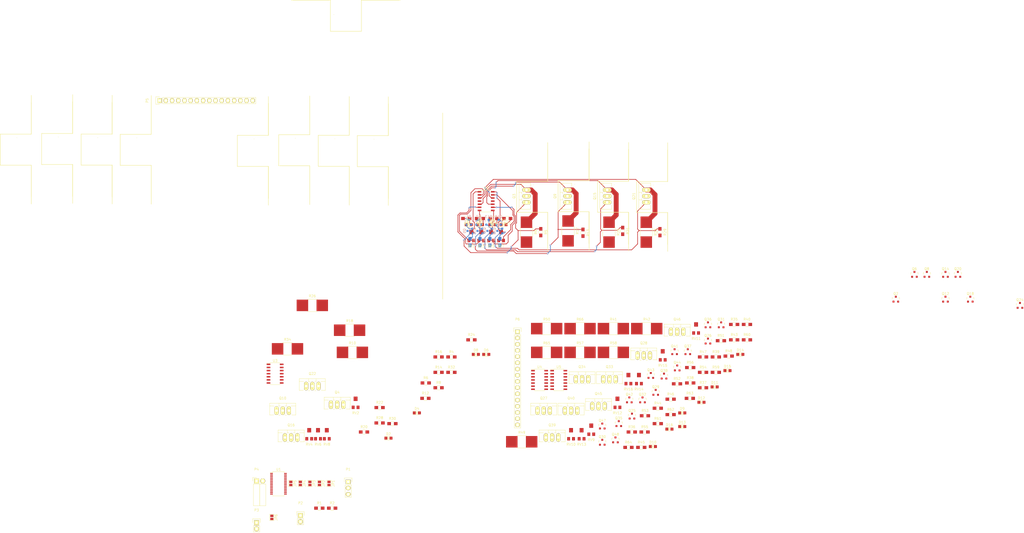
<source format=kicad_pcb>
(kicad_pcb (version 4) (host pcbnew 4.0.2+dfsg1-stable)
  (layers (0 F.Cu signal) (31 B.Cu signal) (34 B.Paste user) (35 F.Paste user) (36 B.SilkS user) (37 F.SilkS user) (38 B.Mask user hide) (39 F.Mask user hide) (44 Edge.Cuts user hide))
  (net 0 "")
  (net 1 "Net-(D1-Pad2)")
  (net 2 GND)
  (net 3 "Net-(D2-Pad2)")
  (net 4 "Net-(D3-Pad2)")
  (net 5 "Net-(D4-Pad2)")
  (net 6 "Net-(D5-Pad2)")
  (net 7 "Net-(D6-Pad2)")
  (net 8 "Net-(D7-Pad2)")
  (net 9 "Net-(D8-Pad2)")
  (net 10 "Net-(D9-Pad2)")
  (net 11 "Net-(D10-Pad2)")
  (net 12 "Net-(D11-Pad2)")
  (net 13 "Net-(D12-Pad2)")
  (net 14 "Net-(D13-Pad2)")
  (net 15 "Net-(D14-Pad2)")
  (net 16 "Net-(D15-Pad2)")
  (net 17 "Net-(D16-Pad2)")
  (net 18 +3V3)
  (net 19 "Net-(JP1-Pad2)")
  (net 20 "Net-(JP2-Pad2)")
  (net 21 "Net-(JP3-Pad2)")
  (net 22 "Net-(JP4-Pad2)")
  (net 23 "Net-(JP5-Pad2)")
  (net 24 "Net-(JP6-Pad2)")
  (net 25 +5V)
  (net 26 "Net-(P2-Pad1)")
  (net 27 "Net-(P2-Pad2)")
  (net 28 +12V)
  (net 29 "Net-(P5-Pad2)")
  (net 30 "Net-(P6-Pad2)")
  (net 31 "Net-(Q1-Pad2)")
  (net 32 "Net-(Q1-Pad3)")
  (net 33 "Net-(Q2-Pad2)")
  (net 34 "Net-(Q2-Pad3)")
  (net 35 "Net-(Q3-Pad3)")
  (net 36 "Net-(Q4-Pad3)")
  (net 37 "Net-(Q5-Pad2)")
  (net 38 "Net-(Q6-Pad2)")
  (net 39 "Net-(Q11-Pad1)")
  (net 40 "Net-(Q7-Pad3)")
  (net 41 "Net-(Q10-Pad1)")
  (net 42 "Net-(Q8-Pad3)")
  (net 43 "Net-(Q9-Pad3)")
  (net 44 "Net-(Q10-Pad3)")
  (net 45 "Net-(Q11-Pad2)")
  (net 46 "Net-(Q12-Pad2)")
  (net 47 "Net-(Q13-Pad2)")
  (net 48 "Net-(Q13-Pad3)")
  (net 49 "Net-(Q14-Pad2)")
  (net 50 "Net-(Q14-Pad3)")
  (net 51 "Net-(Q15-Pad3)")
  (net 52 "Net-(Q16-Pad3)")
  (net 53 "Net-(Q17-Pad2)")
  (net 54 "Net-(Q18-Pad2)")
  (net 55 "Net-(Q19-Pad2)")
  (net 56 "Net-(Q19-Pad3)")
  (net 57 "Net-(Q20-Pad2)")
  (net 58 "Net-(Q20-Pad3)")
  (net 59 "Net-(Q21-Pad3)")
  (net 60 "Net-(Q22-Pad3)")
  (net 61 "Net-(Q23-Pad2)")
  (net 62 "Net-(Q24-Pad2)")
  (net 63 "Net-(Q25-Pad2)")
  (net 64 "Net-(Q25-Pad3)")
  (net 65 "Net-(Q26-Pad2)")
  (net 66 "Net-(Q26-Pad3)")
  (net 67 "Net-(Q27-Pad3)")
  (net 68 "Net-(Q28-Pad3)")
  (net 69 "Net-(Q29-Pad2)")
  (net 70 "Net-(Q30-Pad2)")
  (net 71 "Net-(Q31-Pad2)")
  (net 72 "Net-(Q31-Pad3)")
  (net 73 "Net-(Q32-Pad2)")
  (net 74 "Net-(Q32-Pad3)")
  (net 75 "Net-(Q33-Pad3)")
  (net 76 "Net-(Q34-Pad3)")
  (net 77 "Net-(Q35-Pad2)")
  (net 78 "Net-(Q36-Pad2)")
  (net 79 "Net-(Q37-Pad2)")
  (net 80 "Net-(Q37-Pad3)")
  (net 81 "Net-(Q38-Pad2)")
  (net 82 "Net-(Q38-Pad3)")
  (net 83 "Net-(Q39-Pad3)")
  (net 84 "Net-(Q40-Pad3)")
  (net 85 "Net-(Q41-Pad2)")
  (net 86 "Net-(Q42-Pad2)")
  (net 87 "Net-(Q43-Pad2)")
  (net 88 "Net-(Q43-Pad3)")
  (net 89 "Net-(Q44-Pad2)")
  (net 90 "Net-(Q44-Pad3)")
  (net 91 "Net-(Q45-Pad3)")
  (net 92 "Net-(Q46-Pad3)")
  (net 93 "Net-(Q47-Pad2)")
  (net 94 "Net-(Q48-Pad2)")
  (net 95 "Net-(R1-Pad1)")
  (net 96 /LED0-7/LED0)
  (net 97 /LED0-7/LED4)
  (net 98 /LED0-7/LED1)
  (net 99 /LED0-7/LED5)
  (net 100 /LED0-7/LED2)
  (net 101 /LED0-7/LED6)
  (net 102 /LED0-7/LED3)
  (net 103 /LED0-7/LED7)
  (net 104 /LED8-15/LED8)
  (net 105 /LED8-15/LED12)
  (net 106 /LED8-15/LED9)
  (net 107 /LED8-15/LED13)
  (net 108 /LED8-15/LED10)
  (net 109 /LED8-15/LED14)
  (net 110 /LED8-15/LED11)
  (net 111 /LED8-15/LED15)
  (net 112 "Net-(RV1-Pad2)")
  (net 113 "Net-(RV2-Pad2)")
  (net 114 "Net-(RV3-Pad2)")
  (net 115 "Net-(RV4-Pad2)")
  (net 116 "Net-(RV5-Pad2)")
  (net 117 "Net-(RV6-Pad2)")
  (net 118 "Net-(RV7-Pad2)")
  (net 119 "Net-(RV8-Pad2)")
  (net 120 "Net-(RV9-Pad2)")
  (net 121 "Net-(RV10-Pad2)")
  (net 122 "Net-(RV11-Pad2)")
  (net 123 "Net-(RV12-Pad2)")
  (net 124 "Net-(RV13-Pad2)")
  (net 125 "Net-(RV14-Pad2)")
  (net 126 "Net-(RV15-Pad2)")
  (net 127 "Net-(RV16-Pad2)")
  (net 128 "Net-(U1-Pad23)")
  (net 129 "Net-(U1-Pad25)")
  (net 130 "Net-(P5-Pad10)")
  (net 131 "Net-(P5-Pad4)")
  (net 132 "Net-(P5-Pad12)")
  (net 133 "Net-(P5-Pad6)")
  (net 134 "Net-(P5-Pad14)")
  (net 135 "Net-(P5-Pad8)")
  (net 136 "Net-(P5-Pad16)")
  (net 137 "Net-(P6-Pad10)")
  (net 138 "Net-(P6-Pad4)")
  (net 139 "Net-(P6-Pad12)")
  (net 140 "Net-(P6-Pad6)")
  (net 141 "Net-(P6-Pad14)")
  (net 142 "Net-(P6-Pad8)")
  (net 143 "Net-(P6-Pad16)")
  (module LEDs:LED_0805 (layer F.Cu) (at 257.048 71.12)
    (fp_text reference D1 (at 0 -1.75) (layer F.SilkS))
    (fp_text value LED)
    (pad 2 smd rect (at 1.04902 0 180) (size 1.19888 1.19888) (layers F.Cu F.Paste F.Mask) (net 1 "Net-(D1-Pad2)"))
    (pad 1 smd rect (at -1.04902 0 180) (size 1.19888 1.19888) (layers F.Cu F.Paste F.Mask) (net 2 GND))
  )
  (module LEDs:LED_0805 (layer F.Cu) (at 224.185001 158.477)
    (fp_text reference D2 (at 0 -1.75) (layer F.SilkS))
    (fp_text value LED)
    (pad 2 smd rect (at 1.04902 0 180) (size 1.19888 1.19888) (layers F.Cu F.Paste F.Mask) (net 3 "Net-(D2-Pad2)"))
    (pad 1 smd rect (at -1.04902 0 180) (size 1.19888 1.19888) (layers F.Cu F.Paste F.Mask) (net 2 GND))
  )
  (module LEDs:LED_0805 (layer F.Cu) (at 261.62 71.12)
    (fp_text reference D3 (at 0 -1.75) (layer F.SilkS))
    (fp_text value LED)
    (pad 2 smd rect (at 1.04902 0 180) (size 1.19888 1.19888) (layers F.Cu F.Paste F.Mask) (net 4 "Net-(D3-Pad2)"))
    (pad 1 smd rect (at -1.04902 0 180) (size 1.19888 1.19888) (layers F.Cu F.Paste F.Mask) (net 2 GND))
  )
  (module LEDs:LED_0805 (layer F.Cu) (at 235.815001 148.127)
    (fp_text reference D4 (at 0 -1.75) (layer F.SilkS))
    (fp_text value LED)
    (pad 2 smd rect (at 1.04902 0 180) (size 1.19888 1.19888) (layers F.Cu F.Paste F.Mask) (net 5 "Net-(D4-Pad2)"))
    (pad 1 smd rect (at -1.04902 0 180) (size 1.19888 1.19888) (layers F.Cu F.Paste F.Mask) (net 2 GND))
  )
  (module LEDs:LED_0805 (layer F.Cu) (at 266.7 71.12)
    (fp_text reference D5 (at 0 -1.75) (layer F.SilkS))
    (fp_text value LED)
    (pad 2 smd rect (at 1.04902 0 180) (size 1.19888 1.19888) (layers F.Cu F.Paste F.Mask) (net 6 "Net-(D5-Pad2)"))
    (pad 1 smd rect (at -1.04902 0 180) (size 1.19888 1.19888) (layers F.Cu F.Paste F.Mask) (net 2 GND))
  )
  (module LEDs:LED_0805 (layer F.Cu) (at 264.205001 124.187)
    (fp_text reference D6 (at 0 -1.75) (layer F.SilkS))
    (fp_text value LED)
    (pad 2 smd rect (at 1.04902 0 180) (size 1.19888 1.19888) (layers F.Cu F.Paste F.Mask) (net 7 "Net-(D6-Pad2)"))
    (pad 1 smd rect (at -1.04902 0 180) (size 1.19888 1.19888) (layers F.Cu F.Paste F.Mask) (net 2 GND))
  )
  (module LEDs:LED_0805 (layer F.Cu) (at 271.272 71.12)
    (fp_text reference D7 (at 0 -1.75) (layer F.SilkS))
    (fp_text value LED)
    (pad 2 smd rect (at 1.04902 0 180) (size 1.19888 1.19888) (layers F.Cu F.Paste F.Mask) (net 8 "Net-(D7-Pad2)"))
    (pad 1 smd rect (at -1.04902 0 180) (size 1.19888 1.19888) (layers F.Cu F.Paste F.Mask) (net 2 GND))
  )
  (module LEDs:LED_0805 (layer F.Cu) (at 259.955001 124.187)
    (fp_text reference D8 (at 0 -1.75) (layer F.SilkS))
    (fp_text value LED)
    (pad 2 smd rect (at 1.04902 0 180) (size 1.19888 1.19888) (layers F.Cu F.Paste F.Mask) (net 9 "Net-(D8-Pad2)"))
    (pad 1 smd rect (at -1.04902 0 180) (size 1.19888 1.19888) (layers F.Cu F.Paste F.Mask) (net 2 GND))
  )
  (module LEDs:LED_0805 (layer F.Cu) (at 344.405001 148.127)
    (fp_text reference D9 (at 0 -1.75) (layer F.SilkS))
    (fp_text value LED)
    (pad 2 smd rect (at 1.04902 0 180) (size 1.19888 1.19888) (layers F.Cu F.Paste F.Mask) (net 10 "Net-(D9-Pad2)"))
    (pad 1 smd rect (at -1.04902 0 180) (size 1.19888 1.19888) (layers F.Cu F.Paste F.Mask) (net 2 GND))
  )
  (module LEDs:LED_0805 (layer F.Cu) (at 332.395001 161.897)
    (fp_text reference D10 (at 0 -1.75) (layer F.SilkS))
    (fp_text value LED)
    (pad 2 smd rect (at 1.04902 0 180) (size 1.19888 1.19888) (layers F.Cu F.Paste F.Mask) (net 11 "Net-(D10-Pad2)"))
    (pad 1 smd rect (at -1.04902 0 180) (size 1.19888 1.19888) (layers F.Cu F.Paste F.Mask) (net 2 GND))
  )
  (module LEDs:LED_0805 (layer F.Cu) (at 357.665001 137.487)
    (fp_text reference D11 (at 0 -1.75) (layer F.SilkS))
    (fp_text value LED)
    (pad 2 smd rect (at 1.04902 0 180) (size 1.19888 1.19888) (layers F.Cu F.Paste F.Mask) (net 12 "Net-(D11-Pad2)"))
    (pad 1 smd rect (at -1.04902 0 180) (size 1.19888 1.19888) (layers F.Cu F.Paste F.Mask) (net 2 GND))
  )
  (module LEDs:LED_0805 (layer F.Cu) (at 352.265001 143.787)
    (fp_text reference D12 (at 0 -1.75) (layer F.SilkS))
    (fp_text value LED)
    (pad 2 smd rect (at 1.04902 0 180) (size 1.19888 1.19888) (layers F.Cu F.Paste F.Mask) (net 13 "Net-(D12-Pad2)"))
    (pad 1 smd rect (at -1.04902 0 180) (size 1.19888 1.19888) (layers F.Cu F.Paste F.Mask) (net 2 GND))
  )
  (module LEDs:LED_0805 (layer F.Cu) (at 344.405001 153.727)
    (fp_text reference D13 (at 0 -1.75) (layer F.SilkS))
    (fp_text value LED)
    (pad 2 smd rect (at 1.04902 0 180) (size 1.19888 1.19888) (layers F.Cu F.Paste F.Mask) (net 14 "Net-(D13-Pad2)"))
    (pad 1 smd rect (at -1.04902 0 180) (size 1.19888 1.19888) (layers F.Cu F.Paste F.Mask) (net 2 GND))
  )
  (module LEDs:LED_0805 (layer F.Cu) (at 368.165001 124.187)
    (fp_text reference D14 (at 0 -1.75) (layer F.SilkS))
    (fp_text value LED)
    (pad 2 smd rect (at 1.04902 0 180) (size 1.19888 1.19888) (layers F.Cu F.Paste F.Mask) (net 15 "Net-(D14-Pad2)"))
    (pad 1 smd rect (at -1.04902 0 180) (size 1.19888 1.19888) (layers F.Cu F.Paste F.Mask) (net 2 GND))
  )
  (module LEDs:LED_0805 (layer F.Cu) (at 362.915001 130.837)
    (fp_text reference D15 (at 0 -1.75) (layer F.SilkS))
    (fp_text value LED)
    (pad 2 smd rect (at 1.04902 0 180) (size 1.19888 1.19888) (layers F.Cu F.Paste F.Mask) (net 16 "Net-(D15-Pad2)"))
    (pad 1 smd rect (at -1.04902 0 180) (size 1.19888 1.19888) (layers F.Cu F.Paste F.Mask) (net 2 GND))
  )
  (module LEDs:LED_0805 (layer F.Cu) (at 339.155001 154.777)
    (fp_text reference D16 (at 0 -1.75) (layer F.SilkS))
    (fp_text value LED)
    (pad 2 smd rect (at 1.04902 0 180) (size 1.19888 1.19888) (layers F.Cu F.Paste F.Mask) (net 17 "Net-(D16-Pad2)"))
    (pad 1 smd rect (at -1.04902 0 180) (size 1.19888 1.19888) (layers F.Cu F.Paste F.Mask) (net 2 GND))
  )
  (module Connect:GS2 (layer F.Cu) (at 199.864001 177.006049)
    (fp_text reference JP1 (at 1.778 0 90) (layer F.SilkS))
    (fp_text value Jumper_NO_Small)
    (pad 1 smd rect (at 0 -0.635) (size 1.27 0.9652) (layers F.Cu F.Paste F.Mask) (net 18 +3V3))
    (pad 2 smd rect (at 0 0.635) (size 1.27 0.9652) (layers F.Cu F.Paste F.Mask) (net 19 "Net-(JP1-Pad2)"))
  )
  (module Connect:GS2 (layer F.Cu) (at 195.954001 177.006049)
    (fp_text reference JP2 (at 1.778 0 90) (layer F.SilkS))
    (fp_text value Jumper_NO_Small)
    (pad 1 smd rect (at 0 -0.635) (size 1.27 0.9652) (layers F.Cu F.Paste F.Mask) (net 18 +3V3))
    (pad 2 smd rect (at 0 0.635) (size 1.27 0.9652) (layers F.Cu F.Paste F.Mask) (net 20 "Net-(JP2-Pad2)"))
  )
  (module Connect:GS2 (layer F.Cu) (at 192.044001 177.006049)
    (fp_text reference JP3 (at 1.778 0 90) (layer F.SilkS))
    (fp_text value Jumper_NO_Small)
    (pad 1 smd rect (at 0 -0.635) (size 1.27 0.9652) (layers F.Cu F.Paste F.Mask) (net 18 +3V3))
    (pad 2 smd rect (at 0 0.635) (size 1.27 0.9652) (layers F.Cu F.Paste F.Mask) (net 21 "Net-(JP3-Pad2)"))
  )
  (module Connect:GS2 (layer F.Cu) (at 188.134001 177.006049)
    (fp_text reference JP4 (at 1.778 0 90) (layer F.SilkS))
    (fp_text value Jumper_NO_Small)
    (pad 1 smd rect (at 0 -0.635) (size 1.27 0.9652) (layers F.Cu F.Paste F.Mask) (net 18 +3V3))
    (pad 2 smd rect (at 0 0.635) (size 1.27 0.9652) (layers F.Cu F.Paste F.Mask) (net 22 "Net-(JP4-Pad2)"))
  )
  (module Connect:GS2 (layer F.Cu) (at 184.224001 177.006049)
    (fp_text reference JP5 (at 1.778 0 90) (layer F.SilkS))
    (fp_text value Jumper_NO_Small)
    (pad 1 smd rect (at 0 -0.635) (size 1.27 0.9652) (layers F.Cu F.Paste F.Mask) (net 18 +3V3))
    (pad 2 smd rect (at 0 0.635) (size 1.27 0.9652) (layers F.Cu F.Paste F.Mask) (net 23 "Net-(JP5-Pad2)"))
  )
  (module Connect:GS2 (layer F.Cu) (at 176.474001 190.906049)
    (fp_text reference JP6 (at 1.778 0 90) (layer F.SilkS))
    (fp_text value Jumper_NO_Small)
    (pad 1 smd rect (at 0 -0.635) (size 1.27 0.9652) (layers F.Cu F.Paste F.Mask) (net 18 +3V3))
    (pad 2 smd rect (at 0 0.635) (size 1.27 0.9652) (layers F.Cu F.Paste F.Mask) (net 24 "Net-(JP6-Pad2)"))
  )
  (module Pin_Headers:Pin_Header_Straight_1x03 (layer F.Cu) (at 207.718333 176.337)
    (fp_text reference P1 (at 0 -5.1) (layer F.SilkS))
    (fp_text value CONN_01X03)
    (pad 1 thru_hole rect (at 0 0) (size 2.032 1.7272) (drill 1.016) (layers *.Cu *.Mask F.SilkS) (net 18 +3V3))
    (pad 2 thru_hole oval (at 0 2.54) (size 2.032 1.7272) (drill 1.016) (layers *.Cu *.Mask F.SilkS) (net 25 +5V))
    (pad 3 thru_hole oval (at 0 5.08) (size 2.032 1.7272) (drill 1.016) (layers *.Cu *.Mask F.SilkS) (net 2 GND))
  )
  (module Pin_Headers:Pin_Header_Straight_1x02 (layer F.Cu) (at 188.168333 190.117)
    (fp_text reference P2 (at 0 -5.1) (layer F.SilkS))
    (fp_text value CONN_01X02)
    (pad 1 thru_hole rect (at 0 0) (size 2.032 2.032) (drill 1.016) (layers *.Cu *.Mask F.SilkS) (net 26 "Net-(P2-Pad1)"))
    (pad 2 thru_hole oval (at 0 2.54) (size 2.032 2.032) (drill 1.016) (layers *.Cu *.Mask F.SilkS) (net 27 "Net-(P2-Pad2)"))
  )
  (module Pin_Headers:Pin_Header_Straight_1x02 (layer F.Cu) (at 170.208333 193.037)
    (fp_text reference P3 (at 0 -5.1) (layer F.SilkS))
    (fp_text value CONN_01X02)
    (pad 1 thru_hole rect (at 0 0) (size 2.032 2.032) (drill 1.016) (layers *.Cu *.Mask F.SilkS) (net 26 "Net-(P2-Pad1)"))
    (pad 2 thru_hole oval (at 0 2.54) (size 2.032 2.032) (drill 1.016) (layers *.Cu *.Mask F.SilkS) (net 27 "Net-(P2-Pad2)"))
  )
  (module Socket_Strips:Socket_Strip_Angled_1x02 (layer F.Cu) (at 170.208333 175.987)
    (fp_text reference P4 (at 0 -4.75) (layer F.SilkS))
    (fp_text value CONN_01X02)
    (pad 1 thru_hole rect (at 0 0) (size 2.032 2.032) (drill 1.016) (layers *.Cu *.Mask F.SilkS) (net 28 +12V))
    (pad 2 thru_hole oval (at 2.54 0) (size 2.032 2.032) (drill 1.016) (layers *.Cu *.Mask F.SilkS) (net 2 GND))
  )
  (module Pin_Headers:Pin_Header_Straight_1x16 (layer F.Cu) (at 130.556 20.32 90)
    (fp_text reference P5 (at 0 -5.1 90) (layer F.SilkS))
    (fp_text value CONN_01X16)
    (pad 1 thru_hole rect (at 0 0 90) (size 2.032 1.7272) (drill 1.016) (layers *.Cu *.Mask F.SilkS) (net 28 +12V))
    (pad 2 thru_hole oval (at 0 2.54 90) (size 2.032 1.7272) (drill 1.016) (layers *.Cu *.Mask F.SilkS) (net 29 "Net-(P5-Pad2)"))
    (pad 3 thru_hole oval (at 0 5.08 90) (size 2.032 1.7272) (drill 1.016) (layers *.Cu *.Mask F.SilkS) (net 28 +12V))
    (pad 4 thru_hole oval (at 0 7.62 90) (size 2.032 1.7272) (drill 1.016) (layers *.Cu *.Mask F.SilkS) (net 131 "Net-(P5-Pad4)"))
    (pad 5 thru_hole oval (at 0 10.16 90) (size 2.032 1.7272) (drill 1.016) (layers *.Cu *.Mask F.SilkS) (net 28 +12V))
    (pad 6 thru_hole oval (at 0 12.7 90) (size 2.032 1.7272) (drill 1.016) (layers *.Cu *.Mask F.SilkS) (net 133 "Net-(P5-Pad6)"))
    (pad 7 thru_hole oval (at 0 15.24 90) (size 2.032 1.7272) (drill 1.016) (layers *.Cu *.Mask F.SilkS) (net 28 +12V))
    (pad 8 thru_hole oval (at 0 17.78 90) (size 2.032 1.7272) (drill 1.016) (layers *.Cu *.Mask F.SilkS) (net 135 "Net-(P5-Pad8)"))
    (pad 9 thru_hole oval (at 0 20.32 90) (size 2.032 1.7272) (drill 1.016) (layers *.Cu *.Mask F.SilkS) (net 28 +12V))
    (pad 10 thru_hole oval (at 0 22.86 90) (size 2.032 1.7272) (drill 1.016) (layers *.Cu *.Mask F.SilkS) (net 130 "Net-(P5-Pad10)"))
    (pad 11 thru_hole oval (at 0 25.4 90) (size 2.032 1.7272) (drill 1.016) (layers *.Cu *.Mask F.SilkS) (net 28 +12V))
    (pad 12 thru_hole oval (at 0 27.94 90) (size 2.032 1.7272) (drill 1.016) (layers *.Cu *.Mask F.SilkS) (net 132 "Net-(P5-Pad12)"))
    (pad 13 thru_hole oval (at 0 30.48 90) (size 2.032 1.7272) (drill 1.016) (layers *.Cu *.Mask F.SilkS) (net 28 +12V))
    (pad 14 thru_hole oval (at 0 33.02 90) (size 2.032 1.7272) (drill 1.016) (layers *.Cu *.Mask F.SilkS) (net 134 "Net-(P5-Pad14)"))
    (pad 15 thru_hole oval (at 0 35.56 90) (size 2.032 1.7272) (drill 1.016) (layers *.Cu *.Mask F.SilkS) (net 28 +12V))
    (pad 16 thru_hole oval (at 0 38.1 90) (size 2.032 1.7272) (drill 1.016) (layers *.Cu *.Mask F.SilkS) (net 136 "Net-(P5-Pad16)"))
  )
  (module Pin_Headers:Pin_Header_Straight_1x16 (layer F.Cu) (at 276.998333 114.937)
    (fp_text reference P6 (at 0 -5.1) (layer F.SilkS))
    (fp_text value CONN_01X16)
    (pad 1 thru_hole rect (at 0 0) (size 2.032 1.7272) (drill 1.016) (layers *.Cu *.Mask F.SilkS) (net 28 +12V))
    (pad 2 thru_hole oval (at 0 2.54) (size 2.032 1.7272) (drill 1.016) (layers *.Cu *.Mask F.SilkS) (net 30 "Net-(P6-Pad2)"))
    (pad 3 thru_hole oval (at 0 5.08) (size 2.032 1.7272) (drill 1.016) (layers *.Cu *.Mask F.SilkS) (net 28 +12V))
    (pad 4 thru_hole oval (at 0 7.62) (size 2.032 1.7272) (drill 1.016) (layers *.Cu *.Mask F.SilkS) (net 138 "Net-(P6-Pad4)"))
    (pad 5 thru_hole oval (at 0 10.16) (size 2.032 1.7272) (drill 1.016) (layers *.Cu *.Mask F.SilkS) (net 28 +12V))
    (pad 6 thru_hole oval (at 0 12.7) (size 2.032 1.7272) (drill 1.016) (layers *.Cu *.Mask F.SilkS) (net 140 "Net-(P6-Pad6)"))
    (pad 7 thru_hole oval (at 0 15.24) (size 2.032 1.7272) (drill 1.016) (layers *.Cu *.Mask F.SilkS) (net 28 +12V))
    (pad 8 thru_hole oval (at 0 17.78) (size 2.032 1.7272) (drill 1.016) (layers *.Cu *.Mask F.SilkS) (net 142 "Net-(P6-Pad8)"))
    (pad 9 thru_hole oval (at 0 20.32) (size 2.032 1.7272) (drill 1.016) (layers *.Cu *.Mask F.SilkS) (net 28 +12V))
    (pad 10 thru_hole oval (at 0 22.86) (size 2.032 1.7272) (drill 1.016) (layers *.Cu *.Mask F.SilkS) (net 137 "Net-(P6-Pad10)"))
    (pad 11 thru_hole oval (at 0 25.4) (size 2.032 1.7272) (drill 1.016) (layers *.Cu *.Mask F.SilkS) (net 28 +12V))
    (pad 12 thru_hole oval (at 0 27.94) (size 2.032 1.7272) (drill 1.016) (layers *.Cu *.Mask F.SilkS) (net 139 "Net-(P6-Pad12)"))
    (pad 13 thru_hole oval (at 0 30.48) (size 2.032 1.7272) (drill 1.016) (layers *.Cu *.Mask F.SilkS) (net 28 +12V))
    (pad 14 thru_hole oval (at 0 33.02) (size 2.032 1.7272) (drill 1.016) (layers *.Cu *.Mask F.SilkS) (net 141 "Net-(P6-Pad14)"))
    (pad 15 thru_hole oval (at 0 35.56) (size 2.032 1.7272) (drill 1.016) (layers *.Cu *.Mask F.SilkS) (net 28 +12V))
    (pad 16 thru_hole oval (at 0 38.1) (size 2.032 1.7272) (drill 1.016) (layers *.Cu *.Mask F.SilkS) (net 143 "Net-(P6-Pad16)"))
  )
  (module TO_SOT_Packages_SMD:SOT-23 (layer B.Cu) (at 257.048 70.104 180)
    (fp_text reference Q1 (at 0 2.25 180) (layer B.SilkS) (effects (justify mirror)))
    (fp_text value BC413)
    (pad 1 smd rect (at -0.95 -1.00076 180) (size 0.8001 0.8001) (layers B.Cu B.Paste B.Mask) (net 25 +5V))
    (pad 2 smd rect (at 0.95 -1.00076 180) (size 0.8001 0.8001) (layers B.Cu B.Paste B.Mask) (net 31 "Net-(Q1-Pad2)"))
    (pad 3 smd rect (at 0 0.99822 180) (size 0.8001 0.8001) (layers B.Cu B.Paste B.Mask) (net 32 "Net-(Q1-Pad3)"))
  )
  (module TO_SOT_Packages_SMD:SOT-23 (layer F.Cu) (at 431.8 101.6)
    (fp_text reference Q2 (at 0 -2.25) (layer F.SilkS))
    (fp_text value BC413)
    (pad 1 smd rect (at -0.95 1.00076) (size 0.8001 0.8001) (layers F.Cu F.Paste F.Mask) (net 25 +5V))
    (pad 2 smd rect (at 0.95 1.00076) (size 0.8001 0.8001) (layers F.Cu F.Paste F.Mask) (net 33 "Net-(Q2-Pad2)"))
    (pad 3 smd rect (at 0 -0.99822) (size 0.8001 0.8001) (layers F.Cu F.Paste F.Mask) (net 34 "Net-(Q2-Pad3)"))
  )
  (module TO_SOT_Packages_THT:TO-220_Neutral123_Vertical_LargePads (layer F.Cu) (at 280.67 59.436 90)
    (fp_text reference Q3 (at 0 -5.08 90) (layer F.SilkS))
    (fp_text value BD911)
    (pad 2 thru_hole oval (at 0 0 180) (size 3.50012 1.69926) (drill 1.00076) (layers *.Cu *.Mask F.SilkS) (net 29 "Net-(P5-Pad2)"))
    (pad 1 thru_hole oval (at -2.54 0 180) (size 3.50012 1.69926) (drill 1.00076) (layers *.Cu *.Mask F.SilkS) (net 31 "Net-(Q1-Pad2)"))
    (pad 3 thru_hole oval (at 2.54 0 180) (size 3.50012 1.69926) (drill 1.00076) (layers *.Cu *.Mask F.SilkS) (net 35 "Net-(Q3-Pad3)"))
  )
  (module TO_SOT_Packages_THT:TO-220_Neutral123_Vertical_LargePads (layer F.Cu) (at 203.2 144.78)
    (fp_text reference Q4 (at 0 -5.08) (layer F.SilkS))
    (fp_text value BD911)
    (pad 2 thru_hole oval (at 0 0 90) (size 3.50012 1.69926) (drill 1.00076) (layers *.Cu *.Mask F.SilkS) (net 130 "Net-(P5-Pad10)"))
    (pad 1 thru_hole oval (at -2.54 0 90) (size 3.50012 1.69926) (drill 1.00076) (layers *.Cu *.Mask F.SilkS) (net 33 "Net-(Q2-Pad2)"))
    (pad 3 thru_hole oval (at 2.54 0 90) (size 3.50012 1.69926) (drill 1.00076) (layers *.Cu *.Mask F.SilkS) (net 36 "Net-(Q4-Pad3)"))
  )
  (module TO_SOT_Packages_SMD:SOT-23 (layer B.Cu) (at 257.556 73.66 270)
    (fp_text reference Q5 (at 0 2.25 270) (layer B.SilkS) (effects (justify mirror)))
    (fp_text value BC413)
    (pad 1 smd rect (at -0.95 -1.00076 270) (size 0.8001 0.8001) (layers B.Cu B.Paste B.Mask) (net 31 "Net-(Q1-Pad2)"))
    (pad 2 smd rect (at 0.95 -1.00076 270) (size 0.8001 0.8001) (layers B.Cu B.Paste B.Mask) (net 37 "Net-(Q5-Pad2)"))
    (pad 3 smd rect (at 0 0.99822 270) (size 0.8001 0.8001) (layers B.Cu B.Paste B.Mask) (net 2 GND))
  )
  (module TO_SOT_Packages_SMD:SOT-23 (layer F.Cu) (at 439.42 91.44)
    (fp_text reference Q6 (at 0 -2.25) (layer F.SilkS))
    (fp_text value BC413)
    (pad 1 smd rect (at -0.95 1.00076) (size 0.8001 0.8001) (layers F.Cu F.Paste F.Mask) (net 33 "Net-(Q2-Pad2)"))
    (pad 2 smd rect (at 0.95 1.00076) (size 0.8001 0.8001) (layers F.Cu F.Paste F.Mask) (net 38 "Net-(Q6-Pad2)"))
    (pad 3 smd rect (at 0 -0.99822) (size 0.8001 0.8001) (layers F.Cu F.Paste F.Mask) (net 2 GND))
  )
  (module TO_SOT_Packages_SMD:SOT-23 (layer B.Cu) (at 261.112 70.104 180)
    (fp_text reference Q7 (at 0 2.25 180) (layer B.SilkS) (effects (justify mirror)))
    (fp_text value BC413)
    (pad 1 smd rect (at -0.95 -1.00076 180) (size 0.8001 0.8001) (layers B.Cu B.Paste B.Mask) (net 25 +5V))
    (pad 2 smd rect (at 0.95 -1.00076 180) (size 0.8001 0.8001) (layers B.Cu B.Paste B.Mask) (net 39 "Net-(Q11-Pad1)"))
    (pad 3 smd rect (at 0 0.99822 180) (size 0.8001 0.8001) (layers B.Cu B.Paste B.Mask) (net 40 "Net-(Q7-Pad3)"))
  )
  (module TO_SOT_Packages_SMD:SOT-23 (layer F.Cu) (at 444.5 91.44)
    (fp_text reference Q8 (at 0 -2.25) (layer F.SilkS))
    (fp_text value BC413)
    (pad 1 smd rect (at -0.95 1.00076) (size 0.8001 0.8001) (layers F.Cu F.Paste F.Mask) (net 25 +5V))
    (pad 2 smd rect (at 0.95 1.00076) (size 0.8001 0.8001) (layers F.Cu F.Paste F.Mask) (net 41 "Net-(Q10-Pad1)"))
    (pad 3 smd rect (at 0 -0.99822) (size 0.8001 0.8001) (layers F.Cu F.Paste F.Mask) (net 42 "Net-(Q8-Pad3)"))
  )
  (module TO_SOT_Packages_THT:TO-220_Neutral123_Vertical_LargePads (layer F.Cu) (at 297.434 59.436 90)
    (fp_text reference Q9 (at 0 -5.08 90) (layer F.SilkS))
    (fp_text value BD911)
    (pad 2 thru_hole oval (at 0 0 180) (size 3.50012 1.69926) (drill 1.00076) (layers *.Cu *.Mask F.SilkS) (net 131 "Net-(P5-Pad4)"))
    (pad 1 thru_hole oval (at -2.54 0 180) (size 3.50012 1.69926) (drill 1.00076) (layers *.Cu *.Mask F.SilkS) (net 39 "Net-(Q11-Pad1)"))
    (pad 3 thru_hole oval (at 2.54 0 180) (size 3.50012 1.69926) (drill 1.00076) (layers *.Cu *.Mask F.SilkS) (net 43 "Net-(Q9-Pad3)"))
  )
  (module TO_SOT_Packages_THT:TO-220_Neutral123_Vertical_LargePads (layer F.Cu) (at 180.919001 147.207)
    (fp_text reference Q10 (at 0 -5.08) (layer F.SilkS))
    (fp_text value BD911)
    (pad 2 thru_hole oval (at 0 0 90) (size 3.50012 1.69926) (drill 1.00076) (layers *.Cu *.Mask F.SilkS) (net 132 "Net-(P5-Pad12)"))
    (pad 1 thru_hole oval (at -2.54 0 90) (size 3.50012 1.69926) (drill 1.00076) (layers *.Cu *.Mask F.SilkS) (net 41 "Net-(Q10-Pad1)"))
    (pad 3 thru_hole oval (at 2.54 0 90) (size 3.50012 1.69926) (drill 1.00076) (layers *.Cu *.Mask F.SilkS) (net 44 "Net-(Q10-Pad3)"))
  )
  (module TO_SOT_Packages_SMD:SOT-23 (layer B.Cu) (at 261.62 73.66 270)
    (fp_text reference Q11 (at 0 2.25 270) (layer B.SilkS) (effects (justify mirror)))
    (fp_text value BC413)
    (pad 1 smd rect (at -0.95 -1.00076 270) (size 0.8001 0.8001) (layers B.Cu B.Paste B.Mask) (net 39 "Net-(Q11-Pad1)"))
    (pad 2 smd rect (at 0.95 -1.00076 270) (size 0.8001 0.8001) (layers B.Cu B.Paste B.Mask) (net 45 "Net-(Q11-Pad2)"))
    (pad 3 smd rect (at 0 0.99822 270) (size 0.8001 0.8001) (layers B.Cu B.Paste B.Mask) (net 2 GND))
  )
  (module TO_SOT_Packages_SMD:SOT-23 (layer F.Cu) (at 452.12 101.6)
    (fp_text reference Q12 (at 0 -2.25) (layer F.SilkS))
    (fp_text value BC413)
    (pad 1 smd rect (at -0.95 1.00076) (size 0.8001 0.8001) (layers F.Cu F.Paste F.Mask) (net 41 "Net-(Q10-Pad1)"))
    (pad 2 smd rect (at 0.95 1.00076) (size 0.8001 0.8001) (layers F.Cu F.Paste F.Mask) (net 46 "Net-(Q12-Pad2)"))
    (pad 3 smd rect (at 0 -0.99822) (size 0.8001 0.8001) (layers F.Cu F.Paste F.Mask) (net 2 GND))
  )
  (module TO_SOT_Packages_SMD:SOT-23 (layer B.Cu) (at 265.176 70.104 180)
    (fp_text reference Q13 (at 0 2.25 180) (layer B.SilkS) (effects (justify mirror)))
    (fp_text value BC413)
    (pad 1 smd rect (at -0.95 -1.00076 180) (size 0.8001 0.8001) (layers B.Cu B.Paste B.Mask) (net 25 +5V))
    (pad 2 smd rect (at 0.95 -1.00076 180) (size 0.8001 0.8001) (layers B.Cu B.Paste B.Mask) (net 47 "Net-(Q13-Pad2)"))
    (pad 3 smd rect (at 0 0.99822 180) (size 0.8001 0.8001) (layers B.Cu B.Paste B.Mask) (net 48 "Net-(Q13-Pad3)"))
  )
  (module TO_SOT_Packages_SMD:SOT-23 (layer F.Cu) (at 452.12 91.44)
    (fp_text reference Q14 (at 0 -2.25) (layer F.SilkS))
    (fp_text value BC413)
    (pad 1 smd rect (at -0.95 1.00076) (size 0.8001 0.8001) (layers F.Cu F.Paste F.Mask) (net 25 +5V))
    (pad 2 smd rect (at 0.95 1.00076) (size 0.8001 0.8001) (layers F.Cu F.Paste F.Mask) (net 49 "Net-(Q14-Pad2)"))
    (pad 3 smd rect (at 0 -0.99822) (size 0.8001 0.8001) (layers F.Cu F.Paste F.Mask) (net 50 "Net-(Q14-Pad3)"))
  )
  (module TO_SOT_Packages_THT:TO-220_Neutral123_Vertical_LargePads (layer F.Cu) (at 313.69 59.436 90)
    (fp_text reference Q15 (at 0 -5.08 90) (layer F.SilkS))
    (fp_text value BD911)
    (pad 2 thru_hole oval (at 0 0 180) (size 3.50012 1.69926) (drill 1.00076) (layers *.Cu *.Mask F.SilkS) (net 133 "Net-(P5-Pad6)"))
    (pad 1 thru_hole oval (at -2.54 0 180) (size 3.50012 1.69926) (drill 1.00076) (layers *.Cu *.Mask F.SilkS) (net 47 "Net-(Q13-Pad2)"))
    (pad 3 thru_hole oval (at 2.54 0 180) (size 3.50012 1.69926) (drill 1.00076) (layers *.Cu *.Mask F.SilkS) (net 51 "Net-(Q15-Pad3)"))
  )
  (module TO_SOT_Packages_THT:TO-220_Neutral123_Vertical_LargePads (layer F.Cu) (at 184.359001 158.197)
    (fp_text reference Q16 (at 0 -5.08) (layer F.SilkS))
    (fp_text value BD911)
    (pad 2 thru_hole oval (at 0 0 90) (size 3.50012 1.69926) (drill 1.00076) (layers *.Cu *.Mask F.SilkS) (net 134 "Net-(P5-Pad14)"))
    (pad 1 thru_hole oval (at -2.54 0 90) (size 3.50012 1.69926) (drill 1.00076) (layers *.Cu *.Mask F.SilkS) (net 49 "Net-(Q14-Pad2)"))
    (pad 3 thru_hole oval (at 2.54 0 90) (size 3.50012 1.69926) (drill 1.00076) (layers *.Cu *.Mask F.SilkS) (net 52 "Net-(Q16-Pad3)"))
  )
  (module TO_SOT_Packages_SMD:SOT-23 (layer B.Cu) (at 265.684 73.66 270)
    (fp_text reference Q17 (at 0 2.25 270) (layer B.SilkS) (effects (justify mirror)))
    (fp_text value BC413)
    (pad 1 smd rect (at -0.95 -1.00076 270) (size 0.8001 0.8001) (layers B.Cu B.Paste B.Mask) (net 47 "Net-(Q13-Pad2)"))
    (pad 2 smd rect (at 0.95 -1.00076 270) (size 0.8001 0.8001) (layers B.Cu B.Paste B.Mask) (net 53 "Net-(Q17-Pad2)"))
    (pad 3 smd rect (at 0 0.99822 270) (size 0.8001 0.8001) (layers B.Cu B.Paste B.Mask) (net 2 GND))
  )
  (module TO_SOT_Packages_SMD:SOT-23 (layer F.Cu) (at 462.28 101.6)
    (fp_text reference Q18 (at 0 -2.25) (layer F.SilkS))
    (fp_text value BC413)
    (pad 1 smd rect (at -0.95 1.00076) (size 0.8001 0.8001) (layers F.Cu F.Paste F.Mask) (net 49 "Net-(Q14-Pad2)"))
    (pad 2 smd rect (at 0.95 1.00076) (size 0.8001 0.8001) (layers F.Cu F.Paste F.Mask) (net 54 "Net-(Q18-Pad2)"))
    (pad 3 smd rect (at 0 -0.99822) (size 0.8001 0.8001) (layers F.Cu F.Paste F.Mask) (net 2 GND))
  )
  (module TO_SOT_Packages_SMD:SOT-23 (layer B.Cu) (at 269.24 70.104 180)
    (fp_text reference Q19 (at 0 2.25 180) (layer B.SilkS) (effects (justify mirror)))
    (fp_text value BC413)
    (pad 1 smd rect (at -0.95 -1.00076 180) (size 0.8001 0.8001) (layers B.Cu B.Paste B.Mask) (net 25 +5V))
    (pad 2 smd rect (at 0.95 -1.00076 180) (size 0.8001 0.8001) (layers B.Cu B.Paste B.Mask) (net 55 "Net-(Q19-Pad2)"))
    (pad 3 smd rect (at 0 0.99822 180) (size 0.8001 0.8001) (layers B.Cu B.Paste B.Mask) (net 56 "Net-(Q19-Pad3)"))
  )
  (module TO_SOT_Packages_SMD:SOT-23 (layer F.Cu) (at 457.2 91.44)
    (fp_text reference Q20 (at 0 -2.25) (layer F.SilkS))
    (fp_text value BC413)
    (pad 1 smd rect (at -0.95 1.00076) (size 0.8001 0.8001) (layers F.Cu F.Paste F.Mask) (net 25 +5V))
    (pad 2 smd rect (at 0.95 1.00076) (size 0.8001 0.8001) (layers F.Cu F.Paste F.Mask) (net 57 "Net-(Q20-Pad2)"))
    (pad 3 smd rect (at 0 -0.99822) (size 0.8001 0.8001) (layers F.Cu F.Paste F.Mask) (net 58 "Net-(Q20-Pad3)"))
  )
  (module TO_SOT_Packages_THT:TO-220_Neutral123_Vertical_LargePads (layer F.Cu) (at 329.692 59.436 90)
    (fp_text reference Q21 (at 0 -5.08 90) (layer F.SilkS))
    (fp_text value BD911)
    (pad 2 thru_hole oval (at 0 0 180) (size 3.50012 1.69926) (drill 1.00076) (layers *.Cu *.Mask F.SilkS) (net 135 "Net-(P5-Pad8)"))
    (pad 1 thru_hole oval (at -2.54 0 180) (size 3.50012 1.69926) (drill 1.00076) (layers *.Cu *.Mask F.SilkS) (net 55 "Net-(Q19-Pad2)"))
    (pad 3 thru_hole oval (at 2.54 0 180) (size 3.50012 1.69926) (drill 1.00076) (layers *.Cu *.Mask F.SilkS) (net 59 "Net-(Q21-Pad3)"))
  )
  (module TO_SOT_Packages_THT:TO-220_Neutral123_Vertical_LargePads (layer F.Cu) (at 193.04 137.16)
    (fp_text reference Q22 (at 0 -5.08) (layer F.SilkS))
    (fp_text value BD911)
    (pad 2 thru_hole oval (at 0 0 90) (size 3.50012 1.69926) (drill 1.00076) (layers *.Cu *.Mask F.SilkS) (net 136 "Net-(P5-Pad16)"))
    (pad 1 thru_hole oval (at -2.54 0 90) (size 3.50012 1.69926) (drill 1.00076) (layers *.Cu *.Mask F.SilkS) (net 57 "Net-(Q20-Pad2)"))
    (pad 3 thru_hole oval (at 2.54 0 90) (size 3.50012 1.69926) (drill 1.00076) (layers *.Cu *.Mask F.SilkS) (net 60 "Net-(Q22-Pad3)"))
  )
  (module TO_SOT_Packages_SMD:SOT-23 (layer B.Cu) (at 269.748 73.66 270)
    (fp_text reference Q23 (at 0 2.25 270) (layer B.SilkS) (effects (justify mirror)))
    (fp_text value BC413)
    (pad 1 smd rect (at -0.95 -1.00076 270) (size 0.8001 0.8001) (layers B.Cu B.Paste B.Mask) (net 55 "Net-(Q19-Pad2)"))
    (pad 2 smd rect (at 0.95 -1.00076 270) (size 0.8001 0.8001) (layers B.Cu B.Paste B.Mask) (net 61 "Net-(Q23-Pad2)"))
    (pad 3 smd rect (at 0 0.99822 270) (size 0.8001 0.8001) (layers B.Cu B.Paste B.Mask) (net 2 GND))
  )
  (module TO_SOT_Packages_SMD:SOT-23 (layer F.Cu) (at 482.6 104.14)
    (fp_text reference Q24 (at 0 -2.25) (layer F.SilkS))
    (fp_text value BC413)
    (pad 1 smd rect (at -0.95 1.00076) (size 0.8001 0.8001) (layers F.Cu F.Paste F.Mask) (net 57 "Net-(Q20-Pad2)"))
    (pad 2 smd rect (at 0.95 1.00076) (size 0.8001 0.8001) (layers F.Cu F.Paste F.Mask) (net 62 "Net-(Q24-Pad2)"))
    (pad 3 smd rect (at 0 -0.99822) (size 0.8001 0.8001) (layers F.Cu F.Paste F.Mask) (net 2 GND))
  )
  (module TO_SOT_Packages_SMD:SOT-23 (layer F.Cu) (at 323.833571 149.447)
    (fp_text reference Q25 (at 0 -2.25) (layer F.SilkS))
    (fp_text value BC413)
    (pad 1 smd rect (at -0.95 1.00076) (size 0.8001 0.8001) (layers F.Cu F.Paste F.Mask) (net 25 +5V))
    (pad 2 smd rect (at 0.95 1.00076) (size 0.8001 0.8001) (layers F.Cu F.Paste F.Mask) (net 63 "Net-(Q25-Pad2)"))
    (pad 3 smd rect (at 0 -0.99822) (size 0.8001 0.8001) (layers F.Cu F.Paste F.Mask) (net 64 "Net-(Q25-Pad3)"))
  )
  (module TO_SOT_Packages_SMD:SOT-23 (layer F.Cu) (at 354.923571 118.737)
    (fp_text reference Q26 (at 0 -2.25) (layer F.SilkS))
    (fp_text value BC413)
    (pad 1 smd rect (at -0.95 1.00076) (size 0.8001 0.8001) (layers F.Cu F.Paste F.Mask) (net 25 +5V))
    (pad 2 smd rect (at 0.95 1.00076) (size 0.8001 0.8001) (layers F.Cu F.Paste F.Mask) (net 65 "Net-(Q26-Pad2)"))
    (pad 3 smd rect (at 0 -0.99822) (size 0.8001 0.8001) (layers F.Cu F.Paste F.Mask) (net 66 "Net-(Q26-Pad3)"))
  )
  (module TO_SOT_Packages_THT:TO-220_Neutral123_Vertical_LargePads (layer F.Cu) (at 287.709001 147.207)
    (fp_text reference Q27 (at 0 -5.08) (layer F.SilkS))
    (fp_text value BD911)
    (pad 2 thru_hole oval (at 0 0 90) (size 3.50012 1.69926) (drill 1.00076) (layers *.Cu *.Mask F.SilkS) (net 30 "Net-(P6-Pad2)"))
    (pad 1 thru_hole oval (at -2.54 0 90) (size 3.50012 1.69926) (drill 1.00076) (layers *.Cu *.Mask F.SilkS) (net 63 "Net-(Q25-Pad2)"))
    (pad 3 thru_hole oval (at 2.54 0 90) (size 3.50012 1.69926) (drill 1.00076) (layers *.Cu *.Mask F.SilkS) (net 67 "Net-(Q27-Pad3)"))
  )
  (module TO_SOT_Packages_THT:TO-220_Neutral123_Vertical_LargePads (layer F.Cu) (at 328.659001 124.637)
    (fp_text reference Q28 (at 0 -5.08) (layer F.SilkS))
    (fp_text value BD911)
    (pad 2 thru_hole oval (at 0 0 90) (size 3.50012 1.69926) (drill 1.00076) (layers *.Cu *.Mask F.SilkS) (net 137 "Net-(P6-Pad10)"))
    (pad 1 thru_hole oval (at -2.54 0 90) (size 3.50012 1.69926) (drill 1.00076) (layers *.Cu *.Mask F.SilkS) (net 65 "Net-(Q26-Pad2)"))
    (pad 3 thru_hole oval (at 2.54 0 90) (size 3.50012 1.69926) (drill 1.00076) (layers *.Cu *.Mask F.SilkS) (net 68 "Net-(Q28-Pad3)"))
  )
  (module TO_SOT_Packages_SMD:SOT-23 (layer F.Cu) (at 333.543571 139.727)
    (fp_text reference Q29 (at 0 -2.25) (layer F.SilkS))
    (fp_text value BC413)
    (pad 1 smd rect (at -0.95 1.00076) (size 0.8001 0.8001) (layers F.Cu F.Paste F.Mask) (net 63 "Net-(Q25-Pad2)"))
    (pad 2 smd rect (at 0.95 1.00076) (size 0.8001 0.8001) (layers F.Cu F.Paste F.Mask) (net 69 "Net-(Q29-Pad2)"))
    (pad 3 smd rect (at 0 -0.99822) (size 0.8001 0.8001) (layers F.Cu F.Paste F.Mask) (net 2 GND))
  )
  (module TO_SOT_Packages_SMD:SOT-23 (layer F.Cu) (at 311.673571 160.157)
    (fp_text reference Q30 (at 0 -2.25) (layer F.SilkS))
    (fp_text value BC413)
    (pad 1 smd rect (at -0.95 1.00076) (size 0.8001 0.8001) (layers F.Cu F.Paste F.Mask) (net 65 "Net-(Q26-Pad2)"))
    (pad 2 smd rect (at 0.95 1.00076) (size 0.8001 0.8001) (layers F.Cu F.Paste F.Mask) (net 70 "Net-(Q30-Pad2)"))
    (pad 3 smd rect (at 0 -0.99822) (size 0.8001 0.8001) (layers F.Cu F.Paste F.Mask) (net 2 GND))
  )
  (module TO_SOT_Packages_SMD:SOT-23 (layer F.Cu) (at 360.323571 112.087)
    (fp_text reference Q31 (at 0 -2.25) (layer F.SilkS))
    (fp_text value BC413)
    (pad 1 smd rect (at -0.95 1.00076) (size 0.8001 0.8001) (layers F.Cu F.Paste F.Mask) (net 25 +5V))
    (pad 2 smd rect (at 0.95 1.00076) (size 0.8001 0.8001) (layers F.Cu F.Paste F.Mask) (net 71 "Net-(Q31-Pad2)"))
    (pad 3 smd rect (at 0 -0.99822) (size 0.8001 0.8001) (layers F.Cu F.Paste F.Mask) (net 72 "Net-(Q31-Pad3)"))
  )
  (module TO_SOT_Packages_SMD:SOT-23 (layer F.Cu) (at 328.143571 142.797)
    (fp_text reference Q32 (at 0 -2.25) (layer F.SilkS))
    (fp_text value BC413)
    (pad 1 smd rect (at -0.95 1.00076) (size 0.8001 0.8001) (layers F.Cu F.Paste F.Mask) (net 25 +5V))
    (pad 2 smd rect (at 0.95 1.00076) (size 0.8001 0.8001) (layers F.Cu F.Paste F.Mask) (net 73 "Net-(Q32-Pad2)"))
    (pad 3 smd rect (at 0 -0.99822) (size 0.8001 0.8001) (layers F.Cu F.Paste F.Mask) (net 74 "Net-(Q32-Pad3)"))
  )
  (module TO_SOT_Packages_THT:TO-220_Neutral123_Vertical_LargePads (layer F.Cu) (at 314.619001 134.357)
    (fp_text reference Q33 (at 0 -5.08) (layer F.SilkS))
    (fp_text value BD911)
    (pad 2 thru_hole oval (at 0 0 90) (size 3.50012 1.69926) (drill 1.00076) (layers *.Cu *.Mask F.SilkS) (net 138 "Net-(P6-Pad4)"))
    (pad 1 thru_hole oval (at -2.54 0 90) (size 3.50012 1.69926) (drill 1.00076) (layers *.Cu *.Mask F.SilkS) (net 71 "Net-(Q31-Pad2)"))
    (pad 3 thru_hole oval (at 2.54 0 90) (size 3.50012 1.69926) (drill 1.00076) (layers *.Cu *.Mask F.SilkS) (net 75 "Net-(Q33-Pad3)"))
  )
  (module TO_SOT_Packages_THT:TO-220_Neutral123_Vertical_LargePads (layer F.Cu) (at 303.409001 134.357)
    (fp_text reference Q34 (at 0 -5.08) (layer F.SilkS))
    (fp_text value BD911)
    (pad 2 thru_hole oval (at 0 0 90) (size 3.50012 1.69926) (drill 1.00076) (layers *.Cu *.Mask F.SilkS) (net 139 "Net-(P6-Pad12)"))
    (pad 1 thru_hole oval (at -2.54 0 90) (size 3.50012 1.69926) (drill 1.00076) (layers *.Cu *.Mask F.SilkS) (net 73 "Net-(Q32-Pad2)"))
    (pad 3 thru_hole oval (at 2.54 0 90) (size 3.50012 1.69926) (drill 1.00076) (layers *.Cu *.Mask F.SilkS) (net 76 "Net-(Q34-Pad3)"))
  )
  (module TO_SOT_Packages_SMD:SOT-23 (layer F.Cu) (at 318.433571 152.517)
    (fp_text reference Q35 (at 0 -2.25) (layer F.SilkS))
    (fp_text value BC413)
    (pad 1 smd rect (at -0.95 1.00076) (size 0.8001 0.8001) (layers F.Cu F.Paste F.Mask) (net 71 "Net-(Q31-Pad2)"))
    (pad 2 smd rect (at 0.95 1.00076) (size 0.8001 0.8001) (layers F.Cu F.Paste F.Mask) (net 77 "Net-(Q35-Pad2)"))
    (pad 3 smd rect (at 0 -0.99822) (size 0.8001 0.8001) (layers F.Cu F.Paste F.Mask) (net 2 GND))
  )
  (module TO_SOT_Packages_SMD:SOT-23 (layer F.Cu) (at 354.923571 112.087)
    (fp_text reference Q36 (at 0 -2.25) (layer F.SilkS))
    (fp_text value BC413)
    (pad 1 smd rect (at -0.95 1.00076) (size 0.8001 0.8001) (layers F.Cu F.Paste F.Mask) (net 73 "Net-(Q32-Pad2)"))
    (pad 2 smd rect (at 0.95 1.00076) (size 0.8001 0.8001) (layers F.Cu F.Paste F.Mask) (net 78 "Net-(Q36-Pad2)"))
    (pad 3 smd rect (at 0 -0.99822) (size 0.8001 0.8001) (layers F.Cu F.Paste F.Mask) (net 2 GND))
  )
  (module TO_SOT_Packages_SMD:SOT-23 (layer F.Cu) (at 346.673571 123.077)
    (fp_text reference Q37 (at 0 -2.25) (layer F.SilkS))
    (fp_text value BC413)
    (pad 1 smd rect (at -0.95 1.00076) (size 0.8001 0.8001) (layers F.Cu F.Paste F.Mask) (net 25 +5V))
    (pad 2 smd rect (at 0.95 1.00076) (size 0.8001 0.8001) (layers F.Cu F.Paste F.Mask) (net 79 "Net-(Q37-Pad2)"))
    (pad 3 smd rect (at 0 -0.99822) (size 0.8001 0.8001) (layers F.Cu F.Paste F.Mask) (net 80 "Net-(Q37-Pad3)"))
  )
  (module TO_SOT_Packages_SMD:SOT-23 (layer F.Cu) (at 336.943571 133.077)
    (fp_text reference Q38 (at 0 -2.25) (layer F.SilkS))
    (fp_text value BC413)
    (pad 1 smd rect (at -0.95 1.00076) (size 0.8001 0.8001) (layers F.Cu F.Paste F.Mask) (net 25 +5V))
    (pad 2 smd rect (at 0.95 1.00076) (size 0.8001 0.8001) (layers F.Cu F.Paste F.Mask) (net 81 "Net-(Q38-Pad2)"))
    (pad 3 smd rect (at 0 -0.99822) (size 0.8001 0.8001) (layers F.Cu F.Paste F.Mask) (net 82 "Net-(Q38-Pad3)"))
  )
  (module TO_SOT_Packages_THT:TO-220_Neutral123_Vertical_LargePads (layer F.Cu) (at 291.149001 158.197)
    (fp_text reference Q39 (at 0 -5.08) (layer F.SilkS))
    (fp_text value BD911)
    (pad 2 thru_hole oval (at 0 0 90) (size 3.50012 1.69926) (drill 1.00076) (layers *.Cu *.Mask F.SilkS) (net 140 "Net-(P6-Pad6)"))
    (pad 1 thru_hole oval (at -2.54 0 90) (size 3.50012 1.69926) (drill 1.00076) (layers *.Cu *.Mask F.SilkS) (net 79 "Net-(Q37-Pad2)"))
    (pad 3 thru_hole oval (at 2.54 0 90) (size 3.50012 1.69926) (drill 1.00076) (layers *.Cu *.Mask F.SilkS) (net 83 "Net-(Q39-Pad3)"))
  )
  (module TO_SOT_Packages_THT:TO-220_Neutral123_Vertical_LargePads (layer F.Cu) (at 298.919001 147.207)
    (fp_text reference Q40 (at 0 -5.08) (layer F.SilkS))
    (fp_text value BD911)
    (pad 2 thru_hole oval (at 0 0 90) (size 3.50012 1.69926) (drill 1.00076) (layers *.Cu *.Mask F.SilkS) (net 141 "Net-(P6-Pad14)"))
    (pad 1 thru_hole oval (at -2.54 0 90) (size 3.50012 1.69926) (drill 1.00076) (layers *.Cu *.Mask F.SilkS) (net 81 "Net-(Q38-Pad2)"))
    (pad 3 thru_hole oval (at 2.54 0 90) (size 3.50012 1.69926) (drill 1.00076) (layers *.Cu *.Mask F.SilkS) (net 84 "Net-(Q40-Pad3)"))
  )
  (module TO_SOT_Packages_SMD:SOT-23 (layer F.Cu) (at 341.273571 123.077)
    (fp_text reference Q41 (at 0 -2.25) (layer F.SilkS))
    (fp_text value BC413)
    (pad 1 smd rect (at -0.95 1.00076) (size 0.8001 0.8001) (layers F.Cu F.Paste F.Mask) (net 79 "Net-(Q37-Pad2)"))
    (pad 2 smd rect (at 0.95 1.00076) (size 0.8001 0.8001) (layers F.Cu F.Paste F.Mask) (net 85 "Net-(Q41-Pad2)"))
    (pad 3 smd rect (at 0 -0.99822) (size 0.8001 0.8001) (layers F.Cu F.Paste F.Mask) (net 2 GND))
  )
  (module TO_SOT_Packages_SMD:SOT-23 (layer F.Cu) (at 322.743571 142.797)
    (fp_text reference Q42 (at 0 -2.25) (layer F.SilkS))
    (fp_text value BC413)
    (pad 1 smd rect (at -0.95 1.00076) (size 0.8001 0.8001) (layers F.Cu F.Paste F.Mask) (net 81 "Net-(Q38-Pad2)"))
    (pad 2 smd rect (at 0.95 1.00076) (size 0.8001 0.8001) (layers F.Cu F.Paste F.Mask) (net 86 "Net-(Q42-Pad2)"))
    (pad 3 smd rect (at 0 -0.99822) (size 0.8001 0.8001) (layers F.Cu F.Paste F.Mask) (net 2 GND))
  )
  (module TO_SOT_Packages_SMD:SOT-23 (layer F.Cu) (at 331.543571 132.797)
    (fp_text reference Q43 (at 0 -2.25) (layer F.SilkS))
    (fp_text value BC413)
    (pad 1 smd rect (at -0.95 1.00076) (size 0.8001 0.8001) (layers F.Cu F.Paste F.Mask) (net 25 +5V))
    (pad 2 smd rect (at 0.95 1.00076) (size 0.8001 0.8001) (layers F.Cu F.Paste F.Mask) (net 87 "Net-(Q43-Pad2)"))
    (pad 3 smd rect (at 0 -0.99822) (size 0.8001 0.8001) (layers F.Cu F.Paste F.Mask) (net 88 "Net-(Q43-Pad3)"))
  )
  (module TO_SOT_Packages_SMD:SOT-23 (layer F.Cu) (at 342.343571 129.727)
    (fp_text reference Q44 (at 0 -2.25) (layer F.SilkS))
    (fp_text value BC413)
    (pad 1 smd rect (at -0.95 1.00076) (size 0.8001 0.8001) (layers F.Cu F.Paste F.Mask) (net 25 +5V))
    (pad 2 smd rect (at 0.95 1.00076) (size 0.8001 0.8001) (layers F.Cu F.Paste F.Mask) (net 89 "Net-(Q44-Pad2)"))
    (pad 3 smd rect (at 0 -0.99822) (size 0.8001 0.8001) (layers F.Cu F.Paste F.Mask) (net 90 "Net-(Q44-Pad3)"))
  )
  (module TO_SOT_Packages_THT:TO-220_Neutral123_Vertical_LargePads (layer F.Cu) (at 310.129001 145.347)
    (fp_text reference Q45 (at 0 -5.08) (layer F.SilkS))
    (fp_text value BD911)
    (pad 2 thru_hole oval (at 0 0 90) (size 3.50012 1.69926) (drill 1.00076) (layers *.Cu *.Mask F.SilkS) (net 142 "Net-(P6-Pad8)"))
    (pad 1 thru_hole oval (at -2.54 0 90) (size 3.50012 1.69926) (drill 1.00076) (layers *.Cu *.Mask F.SilkS) (net 87 "Net-(Q43-Pad2)"))
    (pad 3 thru_hole oval (at 2.54 0 90) (size 3.50012 1.69926) (drill 1.00076) (layers *.Cu *.Mask F.SilkS) (net 91 "Net-(Q45-Pad3)"))
  )
  (module TO_SOT_Packages_THT:TO-220_Neutral123_Vertical_LargePads (layer F.Cu) (at 342.309001 114.917)
    (fp_text reference Q46 (at 0 -5.08) (layer F.SilkS))
    (fp_text value BD911)
    (pad 2 thru_hole oval (at 0 0 90) (size 3.50012 1.69926) (drill 1.00076) (layers *.Cu *.Mask F.SilkS) (net 143 "Net-(P6-Pad16)"))
    (pad 1 thru_hole oval (at -2.54 0 90) (size 3.50012 1.69926) (drill 1.00076) (layers *.Cu *.Mask F.SilkS) (net 89 "Net-(Q44-Pad2)"))
    (pad 3 thru_hole oval (at 2.54 0 90) (size 3.50012 1.69926) (drill 1.00076) (layers *.Cu *.Mask F.SilkS) (net 92 "Net-(Q46-Pad3)"))
  )
  (module TO_SOT_Packages_SMD:SOT-23 (layer F.Cu) (at 311.673571 153.507)
    (fp_text reference Q47 (at 0 -2.25) (layer F.SilkS))
    (fp_text value BC413)
    (pad 1 smd rect (at -0.95 1.00076) (size 0.8001 0.8001) (layers F.Cu F.Paste F.Mask) (net 87 "Net-(Q43-Pad2)"))
    (pad 2 smd rect (at 0.95 1.00076) (size 0.8001 0.8001) (layers F.Cu F.Paste F.Mask) (net 93 "Net-(Q47-Pad2)"))
    (pad 3 smd rect (at 0 -0.99822) (size 0.8001 0.8001) (layers F.Cu F.Paste F.Mask) (net 2 GND))
  )
  (module TO_SOT_Packages_SMD:SOT-23 (layer F.Cu) (at 317.073571 159.167)
    (fp_text reference Q48 (at 0 -2.25) (layer F.SilkS))
    (fp_text value BC413)
    (pad 1 smd rect (at -0.95 1.00076) (size 0.8001 0.8001) (layers F.Cu F.Paste F.Mask) (net 89 "Net-(Q44-Pad2)"))
    (pad 2 smd rect (at 0.95 1.00076) (size 0.8001 0.8001) (layers F.Cu F.Paste F.Mask) (net 94 "Net-(Q48-Pad2)"))
    (pad 3 smd rect (at 0 -0.99822) (size 0.8001 0.8001) (layers F.Cu F.Paste F.Mask) (net 2 GND))
  )
  (module Resistors_SMD:R_0805_HandSoldering (layer F.Cu) (at 195.895001 187.117)
    (fp_text reference R1 (at 0 -2.1) (layer F.SilkS))
    (fp_text value R)
    (pad 1 smd rect (at -1.35 0) (size 1.5 1.3) (layers F.Cu F.Paste F.Mask) (net 95 "Net-(R1-Pad1)"))
    (pad 2 smd rect (at 1.35 0) (size 1.5 1.3) (layers F.Cu F.Paste F.Mask) (net 26 "Net-(P2-Pad1)"))
  )
  (module Resistors_SMD:R_0805_HandSoldering (layer F.Cu) (at 201.145001 187.117)
    (fp_text reference R2 (at 0 -2.1) (layer F.SilkS))
    (fp_text value R)
    (pad 1 smd rect (at -1.35 0) (size 1.5 1.3) (layers F.Cu F.Paste F.Mask) (net 95 "Net-(R1-Pad1)"))
    (pad 2 smd rect (at 1.35 0) (size 1.5 1.3) (layers F.Cu F.Paste F.Mask) (net 27 "Net-(P2-Pad2)"))
  )
  (module Resistors_SMD:R_0805_HandSoldering (layer F.Cu) (at 256.032 68.58 180)
    (fp_text reference R3 (at 0 -2.1 180) (layer F.SilkS))
    (fp_text value 500)
    (pad 1 smd rect (at -1.35 0 180) (size 1.5 1.3) (layers F.Cu F.Paste F.Mask) (net 1 "Net-(D1-Pad2)"))
    (pad 2 smd rect (at 1.35 0 180) (size 1.5 1.3) (layers F.Cu F.Paste F.Mask) (net 32 "Net-(Q1-Pad3)"))
  )
  (module Resistors_SMD:R_0805_HandSoldering (layer F.Cu) (at 249.955001 125.237)
    (fp_text reference R4 (at 0 -2.1) (layer F.SilkS))
    (fp_text value 500)
    (pad 1 smd rect (at -1.35 0) (size 1.5 1.3) (layers F.Cu F.Paste F.Mask) (net 3 "Net-(D2-Pad2)"))
    (pad 2 smd rect (at 1.35 0) (size 1.5 1.3) (layers F.Cu F.Paste F.Mask) (net 34 "Net-(Q2-Pad3)"))
  )
  (module Resistors_SMD:R_0805_HandSoldering (layer F.Cu) (at 286.512 74.168 270)
    (fp_text reference R5 (at 0 -2.1 270) (layer F.SilkS))
    (fp_text value R)
    (pad 1 smd rect (at -1.35 0 270) (size 1.5 1.3) (layers F.Cu F.Paste F.Mask) (net 31 "Net-(Q1-Pad2)"))
    (pad 2 smd rect (at 1.35 0 270) (size 1.5 1.3) (layers F.Cu F.Paste F.Mask) (net 96 /LED0-7/LED0))
  )
  (module Resistors_SMD:R_0805_HandSoldering (layer F.Cu) (at 239.455001 135.877)
    (fp_text reference R6 (at 0 -2.1) (layer F.SilkS))
    (fp_text value 10K)
    (pad 1 smd rect (at -1.35 0) (size 1.5 1.3) (layers F.Cu F.Paste F.Mask) (net 33 "Net-(Q2-Pad2)"))
    (pad 2 smd rect (at 1.35 0) (size 1.5 1.3) (layers F.Cu F.Paste F.Mask) (net 97 /LED0-7/LED4))
  )
  (module Resistors_SMD:R_0805_HandSoldering (layer B.Cu) (at 257.556 78.232 270)
    (fp_text reference R7 (at 0 2.1 270) (layer B.SilkS) (effects (justify mirror)))
    (fp_text value 2K)
    (pad 1 smd rect (at -1.35 0 270) (size 1.5 1.3) (layers B.Cu B.Paste B.Mask) (net 37 "Net-(Q5-Pad2)"))
    (pad 2 smd rect (at 1.35 0 270) (size 1.5 1.3) (layers B.Cu B.Paste B.Mask) (net 2 GND))
  )
  (module Resistors_SMD:R_0805_HandSoldering (layer F.Cu) (at 244.705001 137.837)
    (fp_text reference R8 (at 0 -2.1) (layer F.SilkS))
    (fp_text value 2K)
    (pad 1 smd rect (at -1.35 0) (size 1.5 1.3) (layers F.Cu F.Paste F.Mask) (net 38 "Net-(Q6-Pad2)"))
    (pad 2 smd rect (at 1.35 0) (size 1.5 1.3) (layers F.Cu F.Paste F.Mask) (net 2 GND))
  )
  (module Resistors_SMD:R_2816_HandSoldering (layer F.Cu) (at 280.67 74.168 270)
    (fp_text reference R9 (at 0 -3.81 270) (layer F.SilkS))
    (fp_text value Rsense)
    (pad 1 smd rect (at -4.064 0 270) (size 4.7 4.7) (layers F.Cu F.Paste F.Mask) (net 35 "Net-(Q3-Pad3)"))
    (pad 2 smd rect (at 4.064 0 270) (size 4.7 4.7) (layers F.Cu F.Paste F.Mask) (net 2 GND))
  )
  (module Resistors_SMD:R_2816_HandSoldering (layer F.Cu) (at 209.439001 123.367)
    (fp_text reference R10 (at 0 -3.81) (layer F.SilkS))
    (fp_text value Rsense)
    (pad 1 smd rect (at -4.064 0) (size 4.7 4.7) (layers F.Cu F.Paste F.Mask) (net 36 "Net-(Q4-Pad3)"))
    (pad 2 smd rect (at 4.064 0) (size 4.7 4.7) (layers F.Cu F.Paste F.Mask) (net 2 GND))
  )
  (module Resistors_SMD:R_0805_HandSoldering (layer F.Cu) (at 261.62 68.58 180)
    (fp_text reference R11 (at 0 -2.1 180) (layer F.SilkS))
    (fp_text value 500)
    (pad 1 smd rect (at -1.35 0 180) (size 1.5 1.3) (layers F.Cu F.Paste F.Mask) (net 4 "Net-(D3-Pad2)"))
    (pad 2 smd rect (at 1.35 0 180) (size 1.5 1.3) (layers F.Cu F.Paste F.Mask) (net 40 "Net-(Q7-Pad3)"))
  )
  (module Resistors_SMD:R_0805_HandSoldering (layer F.Cu) (at 239.305001 142.177)
    (fp_text reference R12 (at 0 -2.1) (layer F.SilkS))
    (fp_text value 500)
    (pad 1 smd rect (at -1.35 0) (size 1.5 1.3) (layers F.Cu F.Paste F.Mask) (net 5 "Net-(D4-Pad2)"))
    (pad 2 smd rect (at 1.35 0) (size 1.5 1.3) (layers F.Cu F.Paste F.Mask) (net 42 "Net-(Q8-Pad3)"))
  )
  (module Resistors_SMD:R_0805_HandSoldering (layer F.Cu) (at 303.784 74.422 270)
    (fp_text reference R13 (at 0 -2.1 270) (layer F.SilkS))
    (fp_text value R)
    (pad 1 smd rect (at -1.35 0 270) (size 1.5 1.3) (layers F.Cu F.Paste F.Mask) (net 39 "Net-(Q11-Pad1)"))
    (pad 2 smd rect (at 1.35 0 270) (size 1.5 1.3) (layers F.Cu F.Paste F.Mask) (net 98 /LED0-7/LED1))
  )
  (module Resistors_SMD:R_0805_HandSoldering (layer F.Cu) (at 244.705001 131.537)
    (fp_text reference R14 (at 0 -2.1) (layer F.SilkS))
    (fp_text value 10K)
    (pad 1 smd rect (at -1.35 0) (size 1.5 1.3) (layers F.Cu F.Paste F.Mask) (net 41 "Net-(Q10-Pad1)"))
    (pad 2 smd rect (at 1.35 0) (size 1.5 1.3) (layers F.Cu F.Paste F.Mask) (net 99 /LED0-7/LED5))
  )
  (module Resistors_SMD:R_0805_HandSoldering (layer B.Cu) (at 261.62 78.232 270)
    (fp_text reference R15 (at 0 2.1 270) (layer B.SilkS) (effects (justify mirror)))
    (fp_text value 2K)
    (pad 1 smd rect (at -1.35 0 270) (size 1.5 1.3) (layers B.Cu B.Paste B.Mask) (net 45 "Net-(Q11-Pad2)"))
    (pad 2 smd rect (at 1.35 0 270) (size 1.5 1.3) (layers B.Cu B.Paste B.Mask) (net 2 GND))
  )
  (module Resistors_SMD:R_0805_HandSoldering (layer F.Cu) (at 244.705001 125.237)
    (fp_text reference R16 (at 0 -2.1) (layer F.SilkS))
    (fp_text value 2K)
    (pad 1 smd rect (at -1.35 0) (size 1.5 1.3) (layers F.Cu F.Paste F.Mask) (net 46 "Net-(Q12-Pad2)"))
    (pad 2 smd rect (at 1.35 0) (size 1.5 1.3) (layers F.Cu F.Paste F.Mask) (net 2 GND))
  )
  (module Resistors_SMD:R_2816_HandSoldering (layer F.Cu) (at 297.688 73.66 270)
    (fp_text reference R17 (at 0 -3.81 270) (layer F.SilkS))
    (fp_text value Rsense)
    (pad 1 smd rect (at -4.064 0 270) (size 4.7 4.7) (layers F.Cu F.Paste F.Mask) (net 43 "Net-(Q9-Pad3)"))
    (pad 2 smd rect (at 4.064 0 270) (size 4.7 4.7) (layers F.Cu F.Paste F.Mask) (net 2 GND))
  )
  (module Resistors_SMD:R_2816_HandSoldering (layer F.Cu) (at 208.28 114.3)
    (fp_text reference R18 (at 0 -3.81) (layer F.SilkS))
    (fp_text value Rsense)
    (pad 1 smd rect (at -4.064 0) (size 4.7 4.7) (layers F.Cu F.Paste F.Mask) (net 44 "Net-(Q10-Pad3)"))
    (pad 2 smd rect (at 4.064 0) (size 4.7 4.7) (layers F.Cu F.Paste F.Mask) (net 2 GND))
  )
  (module Resistors_SMD:R_0805_HandSoldering (layer F.Cu) (at 267.208 68.58 180)
    (fp_text reference R19 (at 0 -2.1 180) (layer F.SilkS))
    (fp_text value 500)
    (pad 1 smd rect (at -1.35 0 180) (size 1.5 1.3) (layers F.Cu F.Paste F.Mask) (net 6 "Net-(D5-Pad2)"))
    (pad 2 smd rect (at 1.35 0 180) (size 1.5 1.3) (layers F.Cu F.Paste F.Mask) (net 48 "Net-(Q13-Pad3)"))
  )
  (module Resistors_SMD:R_0805_HandSoldering (layer F.Cu) (at 214.185001 155.947)
    (fp_text reference R20 (at 0 -2.1) (layer F.SilkS))
    (fp_text value 500)
    (pad 1 smd rect (at -1.35 0) (size 1.5 1.3) (layers F.Cu F.Paste F.Mask) (net 7 "Net-(D6-Pad2)"))
    (pad 2 smd rect (at 1.35 0) (size 1.5 1.3) (layers F.Cu F.Paste F.Mask) (net 50 "Net-(Q14-Pad3)"))
  )
  (module Resistors_SMD:R_0805_HandSoldering (layer F.Cu) (at 320.04 73.66 270)
    (fp_text reference R21 (at 0 -2.1 270) (layer F.SilkS))
    (fp_text value R)
    (pad 1 smd rect (at -1.35 0 270) (size 1.5 1.3) (layers F.Cu F.Paste F.Mask) (net 47 "Net-(Q13-Pad2)"))
    (pad 2 smd rect (at 1.35 0 270) (size 1.5 1.3) (layers F.Cu F.Paste F.Mask) (net 100 /LED0-7/LED2))
  )
  (module Resistors_SMD:R_0805_HandSoldering (layer F.Cu) (at 220.565001 145.947)
    (fp_text reference R22 (at 0 -2.1) (layer F.SilkS))
    (fp_text value 10K)
    (pad 1 smd rect (at -1.35 0) (size 1.5 1.3) (layers F.Cu F.Paste F.Mask) (net 49 "Net-(Q14-Pad2)"))
    (pad 2 smd rect (at 1.35 0) (size 1.5 1.3) (layers F.Cu F.Paste F.Mask) (net 101 /LED0-7/LED6))
  )
  (module Resistors_SMD:R_0805_HandSoldering (layer B.Cu) (at 265.684 78.232 270)
    (fp_text reference R23 (at 0 2.1 270) (layer B.SilkS) (effects (justify mirror)))
    (fp_text value 2K)
    (pad 1 smd rect (at -1.35 0 270) (size 1.5 1.3) (layers B.Cu B.Paste B.Mask) (net 53 "Net-(Q17-Pad2)"))
    (pad 2 smd rect (at 1.35 0 270) (size 1.5 1.3) (layers B.Cu B.Paste B.Mask) (net 2 GND))
  )
  (module Resistors_SMD:R_0805_HandSoldering (layer F.Cu) (at 258.145001 118.237)
    (fp_text reference R24 (at 0 -2.1) (layer F.SilkS))
    (fp_text value 2K)
    (pad 1 smd rect (at -1.35 0) (size 1.5 1.3) (layers F.Cu F.Paste F.Mask) (net 54 "Net-(Q18-Pad2)"))
    (pad 2 smd rect (at 1.35 0) (size 1.5 1.3) (layers F.Cu F.Paste F.Mask) (net 2 GND))
  )
  (module Resistors_SMD:R_2816_HandSoldering (layer F.Cu) (at 314.452 74.168 270)
    (fp_text reference R25 (at 0 -3.81 270) (layer F.SilkS))
    (fp_text value Rsense)
    (pad 1 smd rect (at -4.064 0 270) (size 4.7 4.7) (layers F.Cu F.Paste F.Mask) (net 51 "Net-(Q15-Pad3)"))
    (pad 2 smd rect (at 4.064 0 270) (size 4.7 4.7) (layers F.Cu F.Paste F.Mask) (net 2 GND))
  )
  (module Resistors_SMD:R_2816_HandSoldering (layer F.Cu) (at 193.04 104.14)
    (fp_text reference R26 (at 0 -3.81) (layer F.SilkS))
    (fp_text value Rsense)
    (pad 1 smd rect (at -4.064 0) (size 4.7 4.7) (layers F.Cu F.Paste F.Mask) (net 52 "Net-(Q16-Pad3)"))
    (pad 2 smd rect (at 4.064 0) (size 4.7 4.7) (layers F.Cu F.Paste F.Mask) (net 2 GND))
  )
  (module Resistors_SMD:R_0805_HandSoldering (layer F.Cu) (at 272.796 68.58 180)
    (fp_text reference R27 (at 0 -2.1 180) (layer F.SilkS))
    (fp_text value 500)
    (pad 1 smd rect (at -1.35 0 180) (size 1.5 1.3) (layers F.Cu F.Paste F.Mask) (net 8 "Net-(D7-Pad2)"))
    (pad 2 smd rect (at 1.35 0 180) (size 1.5 1.3) (layers F.Cu F.Paste F.Mask) (net 56 "Net-(Q19-Pad3)"))
  )
  (module Resistors_SMD:R_0805_HandSoldering (layer F.Cu) (at 220.565001 152.247)
    (fp_text reference R28 (at 0 -2.1) (layer F.SilkS))
    (fp_text value 500)
    (pad 1 smd rect (at -1.35 0) (size 1.5 1.3) (layers F.Cu F.Paste F.Mask) (net 9 "Net-(D8-Pad2)"))
    (pad 2 smd rect (at 1.35 0) (size 1.5 1.3) (layers F.Cu F.Paste F.Mask) (net 58 "Net-(Q20-Pad3)"))
  )
  (module Resistors_SMD:R_0805_HandSoldering (layer F.Cu) (at 335.28 74.168 270)
    (fp_text reference R29 (at 0 -2.1 270) (layer F.SilkS))
    (fp_text value R)
    (pad 1 smd rect (at -1.35 0 270) (size 1.5 1.3) (layers F.Cu F.Paste F.Mask) (net 55 "Net-(Q19-Pad2)"))
    (pad 2 smd rect (at 1.35 0 270) (size 1.5 1.3) (layers F.Cu F.Paste F.Mask) (net 102 /LED0-7/LED3))
  )
  (module Resistors_SMD:R_0805_HandSoldering (layer F.Cu) (at 225.815001 152.527)
    (fp_text reference R30 (at 0 -2.1) (layer F.SilkS))
    (fp_text value 10K)
    (pad 1 smd rect (at -1.35 0) (size 1.5 1.3) (layers F.Cu F.Paste F.Mask) (net 57 "Net-(Q20-Pad2)"))
    (pad 2 smd rect (at 1.35 0) (size 1.5 1.3) (layers F.Cu F.Paste F.Mask) (net 103 /LED0-7/LED7))
  )
  (module Resistors_SMD:R_0805_HandSoldering (layer B.Cu) (at 269.748 78.232 270)
    (fp_text reference R31 (at 0 2.1 270) (layer B.SilkS) (effects (justify mirror)))
    (fp_text value 2K)
    (pad 1 smd rect (at -1.35 0 270) (size 1.5 1.3) (layers B.Cu B.Paste B.Mask) (net 61 "Net-(Q23-Pad2)"))
    (pad 2 smd rect (at 1.35 0 270) (size 1.5 1.3) (layers B.Cu B.Paste B.Mask) (net 2 GND))
  )
  (module Resistors_SMD:R_0805_HandSoldering (layer F.Cu) (at 249.955001 131.537)
    (fp_text reference R32 (at 0 -2.1) (layer F.SilkS))
    (fp_text value 2K)
    (pad 1 smd rect (at -1.35 0) (size 1.5 1.3) (layers F.Cu F.Paste F.Mask) (net 62 "Net-(Q24-Pad2)"))
    (pad 2 smd rect (at 1.35 0) (size 1.5 1.3) (layers F.Cu F.Paste F.Mask) (net 2 GND))
  )
  (module Resistors_SMD:R_2816_HandSoldering (layer F.Cu) (at 329.692 74.168 270)
    (fp_text reference R33 (at 0 -3.81 270) (layer F.SilkS))
    (fp_text value Rsense)
    (pad 1 smd rect (at -4.064 0 270) (size 4.7 4.7) (layers F.Cu F.Paste F.Mask) (net 59 "Net-(Q21-Pad3)"))
    (pad 2 smd rect (at 4.064 0 270) (size 4.7 4.7) (layers F.Cu F.Paste F.Mask) (net 2 GND))
  )
  (module Resistors_SMD:R_2816_HandSoldering (layer F.Cu) (at 182.88 121.92)
    (fp_text reference R34 (at 0 -3.81) (layer F.SilkS))
    (fp_text value Rsense)
    (pad 1 smd rect (at -4.064 0) (size 4.7 4.7) (layers F.Cu F.Paste F.Mask) (net 60 "Net-(Q22-Pad3)"))
    (pad 2 smd rect (at 4.064 0) (size 4.7 4.7) (layers F.Cu F.Paste F.Mask) (net 2 GND))
  )
  (module Resistors_SMD:R_0805_HandSoldering (layer F.Cu) (at 365.645001 111.937)
    (fp_text reference R35 (at 0 -2.1) (layer F.SilkS))
    (fp_text value 500)
    (pad 1 smd rect (at -1.35 0) (size 1.5 1.3) (layers F.Cu F.Paste F.Mask) (net 10 "Net-(D9-Pad2)"))
    (pad 2 smd rect (at 1.35 0) (size 1.5 1.3) (layers F.Cu F.Paste F.Mask) (net 64 "Net-(Q25-Pad3)"))
  )
  (module Resistors_SMD:R_0805_HandSoldering (layer F.Cu) (at 323.755001 155.947)
    (fp_text reference R36 (at 0 -2.1) (layer F.SilkS))
    (fp_text value 500)
    (pad 1 smd rect (at -1.35 0) (size 1.5 1.3) (layers F.Cu F.Paste F.Mask) (net 11 "Net-(D10-Pad2)"))
    (pad 2 smd rect (at 1.35 0) (size 1.5 1.3) (layers F.Cu F.Paste F.Mask) (net 66 "Net-(Q26-Pad3)"))
  )
  (module Resistors_SMD:R_0805_HandSoldering (layer F.Cu) (at 352.915001 137.837)
    (fp_text reference R37 (at 0 -2.1) (layer F.SilkS))
    (fp_text value R)
    (pad 1 smd rect (at -1.35 0) (size 1.5 1.3) (layers F.Cu F.Paste F.Mask) (net 63 "Net-(Q25-Pad2)"))
    (pad 2 smd rect (at 1.35 0) (size 1.5 1.3) (layers F.Cu F.Paste F.Mask) (net 104 /LED8-15/LED8))
  )
  (module Resistors_SMD:R_0805_HandSoldering (layer F.Cu) (at 347.665001 135.877)
    (fp_text reference R38 (at 0 -2.1) (layer F.SilkS))
    (fp_text value 10K)
    (pad 1 smd rect (at -1.35 0) (size 1.5 1.3) (layers F.Cu F.Paste F.Mask) (net 65 "Net-(Q26-Pad2)"))
    (pad 2 smd rect (at 1.35 0) (size 1.5 1.3) (layers F.Cu F.Paste F.Mask) (net 105 /LED8-15/LED12))
  )
  (module Resistors_SMD:R_0805_HandSoldering (layer F.Cu) (at 358.165001 125.237)
    (fp_text reference R39 (at 0 -2.1) (layer F.SilkS))
    (fp_text value 2K)
    (pad 1 smd rect (at -1.35 0) (size 1.5 1.3) (layers F.Cu F.Paste F.Mask) (net 69 "Net-(Q29-Pad2)"))
    (pad 2 smd rect (at 1.35 0) (size 1.5 1.3) (layers F.Cu F.Paste F.Mask) (net 2 GND))
  )
  (module Resistors_SMD:R_0805_HandSoldering (layer F.Cu) (at 370.895001 111.937)
    (fp_text reference R40 (at 0 -2.1) (layer F.SilkS))
    (fp_text value 2K)
    (pad 1 smd rect (at -1.35 0) (size 1.5 1.3) (layers F.Cu F.Paste F.Mask) (net 70 "Net-(Q30-Pad2)"))
    (pad 2 smd rect (at 1.35 0) (size 1.5 1.3) (layers F.Cu F.Paste F.Mask) (net 2 GND))
  )
  (module Resistors_SMD:R_2816_HandSoldering (layer F.Cu) (at 316.229001 113.647)
    (fp_text reference R41 (at 0 -3.81) (layer F.SilkS))
    (fp_text value Rsense)
    (pad 1 smd rect (at -4.064 0) (size 4.7 4.7) (layers F.Cu F.Paste F.Mask) (net 67 "Net-(Q27-Pad3)"))
    (pad 2 smd rect (at 4.064 0) (size 4.7 4.7) (layers F.Cu F.Paste F.Mask) (net 2 GND))
  )
  (module Resistors_SMD:R_2816_HandSoldering (layer F.Cu) (at 329.879001 113.647)
    (fp_text reference R42 (at 0 -3.81) (layer F.SilkS))
    (fp_text value Rsense)
    (pad 1 smd rect (at -4.064 0) (size 4.7 4.7) (layers F.Cu F.Paste F.Mask) (net 68 "Net-(Q28-Pad3)"))
    (pad 2 smd rect (at 4.064 0) (size 4.7 4.7) (layers F.Cu F.Paste F.Mask) (net 2 GND))
  )
  (module Resistors_SMD:R_0805_HandSoldering (layer F.Cu) (at 365.645001 118.237)
    (fp_text reference R43 (at 0 -2.1) (layer F.SilkS))
    (fp_text value 500)
    (pad 1 smd rect (at -1.35 0) (size 1.5 1.3) (layers F.Cu F.Paste F.Mask) (net 12 "Net-(D11-Pad2)"))
    (pad 2 smd rect (at 1.35 0) (size 1.5 1.3) (layers F.Cu F.Paste F.Mask) (net 72 "Net-(Q31-Pad3)"))
  )
  (module Resistors_SMD:R_0805_HandSoldering (layer F.Cu) (at 334.405001 146.227)
    (fp_text reference R44 (at 0 -2.1) (layer F.SilkS))
    (fp_text value 500)
    (pad 1 smd rect (at -1.35 0) (size 1.5 1.3) (layers F.Cu F.Paste F.Mask) (net 13 "Net-(D12-Pad2)"))
    (pad 2 smd rect (at 1.35 0) (size 1.5 1.3) (layers F.Cu F.Paste F.Mask) (net 74 "Net-(Q32-Pad3)"))
  )
  (module Resistors_SMD:R_0805_HandSoldering (layer F.Cu) (at 327.645001 162.247)
    (fp_text reference R45 (at 0 -2.1) (layer F.SilkS))
    (fp_text value R)
    (pad 1 smd rect (at -1.35 0) (size 1.5 1.3) (layers F.Cu F.Paste F.Mask) (net 71 "Net-(Q31-Pad2)"))
    (pad 2 smd rect (at 1.35 0) (size 1.5 1.3) (layers F.Cu F.Paste F.Mask) (net 106 /LED8-15/LED9))
  )
  (module Resistors_SMD:R_0805_HandSoldering (layer F.Cu) (at 339.655001 142.527)
    (fp_text reference R46 (at 0 -2.1) (layer F.SilkS))
    (fp_text value 10K)
    (pad 1 smd rect (at -1.35 0) (size 1.5 1.3) (layers F.Cu F.Paste F.Mask) (net 73 "Net-(Q32-Pad2)"))
    (pad 2 smd rect (at 1.35 0) (size 1.5 1.3) (layers F.Cu F.Paste F.Mask) (net 107 /LED8-15/LED13))
  )
  (module Resistors_SMD:R_0805_HandSoldering (layer F.Cu) (at 352.915001 125.237)
    (fp_text reference R47 (at 0 -2.1) (layer F.SilkS))
    (fp_text value 2K)
    (pad 1 smd rect (at -1.35 0) (size 1.5 1.3) (layers F.Cu F.Paste F.Mask) (net 77 "Net-(Q35-Pad2)"))
    (pad 2 smd rect (at 1.35 0) (size 1.5 1.3) (layers F.Cu F.Paste F.Mask) (net 2 GND))
  )
  (module Resistors_SMD:R_0805_HandSoldering (layer F.Cu) (at 363.415001 124.887)
    (fp_text reference R48 (at 0 -2.1) (layer F.SilkS))
    (fp_text value 2K)
    (pad 1 smd rect (at -1.35 0) (size 1.5 1.3) (layers F.Cu F.Paste F.Mask) (net 78 "Net-(Q36-Pad2)"))
    (pad 2 smd rect (at 1.35 0) (size 1.5 1.3) (layers F.Cu F.Paste F.Mask) (net 2 GND))
  )
  (module Resistors_SMD:R_2816_HandSoldering (layer F.Cu) (at 278.719001 159.947)
    (fp_text reference R49 (at 0 -3.81) (layer F.SilkS))
    (fp_text value Rsense)
    (pad 1 smd rect (at -4.064 0) (size 4.7 4.7) (layers F.Cu F.Paste F.Mask) (net 75 "Net-(Q33-Pad3)"))
    (pad 2 smd rect (at 4.064 0) (size 4.7 4.7) (layers F.Cu F.Paste F.Mask) (net 2 GND))
  )
  (module Resistors_SMD:R_2816_HandSoldering (layer F.Cu) (at 288.929001 113.647)
    (fp_text reference R50 (at 0 -3.81) (layer F.SilkS))
    (fp_text value Rsense)
    (pad 1 smd rect (at -4.064 0) (size 4.7 4.7) (layers F.Cu F.Paste F.Mask) (net 76 "Net-(Q34-Pad3)"))
    (pad 2 smd rect (at 4.064 0) (size 4.7 4.7) (layers F.Cu F.Paste F.Mask) (net 2 GND))
  )
  (module Resistors_SMD:R_0805_HandSoldering (layer F.Cu) (at 360.245001 118.587)
    (fp_text reference R51 (at 0 -2.1) (layer F.SilkS))
    (fp_text value 500)
    (pad 1 smd rect (at -1.35 0) (size 1.5 1.3) (layers F.Cu F.Paste F.Mask) (net 14 "Net-(D13-Pad2)"))
    (pad 2 smd rect (at 1.35 0) (size 1.5 1.3) (layers F.Cu F.Paste F.Mask) (net 80 "Net-(Q37-Pad3)"))
  )
  (module Resistors_SMD:R_0805_HandSoldering (layer F.Cu) (at 342.265001 136.227)
    (fp_text reference R52 (at 0 -2.1) (layer F.SilkS))
    (fp_text value 500)
    (pad 1 smd rect (at -1.35 0) (size 1.5 1.3) (layers F.Cu F.Paste F.Mask) (net 15 "Net-(D14-Pad2)"))
    (pad 2 smd rect (at 1.35 0) (size 1.5 1.3) (layers F.Cu F.Paste F.Mask) (net 82 "Net-(Q38-Pad3)"))
  )
  (module Resistors_SMD:R_0805_HandSoldering (layer F.Cu) (at 329.155001 149.297)
    (fp_text reference R53 (at 0 -2.1) (layer F.SilkS))
    (fp_text value R)
    (pad 1 smd rect (at -1.35 0) (size 1.5 1.3) (layers F.Cu F.Paste F.Mask) (net 79 "Net-(Q37-Pad2)"))
    (pad 2 smd rect (at 1.35 0) (size 1.5 1.3) (layers F.Cu F.Paste F.Mask) (net 108 /LED8-15/LED10))
  )
  (module Resistors_SMD:R_0805_HandSoldering (layer F.Cu) (at 352.915001 131.537)
    (fp_text reference R54 (at 0 -2.1) (layer F.SilkS))
    (fp_text value 10K)
    (pad 1 smd rect (at -1.35 0) (size 1.5 1.3) (layers F.Cu F.Paste F.Mask) (net 81 "Net-(Q38-Pad2)"))
    (pad 2 smd rect (at 1.35 0) (size 1.5 1.3) (layers F.Cu F.Paste F.Mask) (net 109 /LED8-15/LED14))
  )
  (module Resistors_SMD:R_0805_HandSoldering (layer F.Cu) (at 329.005001 155.947)
    (fp_text reference R55 (at 0 -2.1) (layer F.SilkS))
    (fp_text value 2K)
    (pad 1 smd rect (at -1.35 0) (size 1.5 1.3) (layers F.Cu F.Paste F.Mask) (net 85 "Net-(Q41-Pad2)"))
    (pad 2 smd rect (at 1.35 0) (size 1.5 1.3) (layers F.Cu F.Paste F.Mask) (net 2 GND))
  )
  (module Resistors_SMD:R_0805_HandSoldering (layer F.Cu) (at 347.665001 129.577)
    (fp_text reference R56 (at 0 -2.1) (layer F.SilkS))
    (fp_text value 2K)
    (pad 1 smd rect (at -1.35 0) (size 1.5 1.3) (layers F.Cu F.Paste F.Mask) (net 86 "Net-(Q42-Pad2)"))
    (pad 2 smd rect (at 1.35 0) (size 1.5 1.3) (layers F.Cu F.Paste F.Mask) (net 2 GND))
  )
  (module Resistors_SMD:R_2816_HandSoldering (layer F.Cu) (at 302.579001 123.367)
    (fp_text reference R57 (at 0 -3.81) (layer F.SilkS))
    (fp_text value Rsense)
    (pad 1 smd rect (at -4.064 0) (size 4.7 4.7) (layers F.Cu F.Paste F.Mask) (net 83 "Net-(Q39-Pad3)"))
    (pad 2 smd rect (at 4.064 0) (size 4.7 4.7) (layers F.Cu F.Paste F.Mask) (net 2 GND))
  )
  (module Resistors_SMD:R_2816_HandSoldering (layer F.Cu) (at 316.229001 123.367)
    (fp_text reference R58 (at 0 -3.81) (layer F.SilkS))
    (fp_text value Rsense)
    (pad 1 smd rect (at -4.064 0) (size 4.7 4.7) (layers F.Cu F.Paste F.Mask) (net 84 "Net-(Q40-Pad3)"))
    (pad 2 smd rect (at 4.064 0) (size 4.7 4.7) (layers F.Cu F.Paste F.Mask) (net 2 GND))
  )
  (module Resistors_SMD:R_0805_HandSoldering (layer F.Cu) (at 358.165001 131.537)
    (fp_text reference R59 (at 0 -2.1) (layer F.SilkS))
    (fp_text value 500)
    (pad 1 smd rect (at -1.35 0) (size 1.5 1.3) (layers F.Cu F.Paste F.Mask) (net 16 "Net-(D15-Pad2)"))
    (pad 2 smd rect (at 1.35 0) (size 1.5 1.3) (layers F.Cu F.Paste F.Mask) (net 88 "Net-(Q43-Pad3)"))
  )
  (module Resistors_SMD:R_0805_HandSoldering (layer F.Cu) (at 370.895001 118.237)
    (fp_text reference R60 (at 0 -2.1) (layer F.SilkS))
    (fp_text value 500)
    (pad 1 smd rect (at -1.35 0) (size 1.5 1.3) (layers F.Cu F.Paste F.Mask) (net 17 "Net-(D16-Pad2)"))
    (pad 2 smd rect (at 1.35 0) (size 1.5 1.3) (layers F.Cu F.Paste F.Mask) (net 90 "Net-(Q44-Pad3)"))
  )
  (module Resistors_SMD:R_0805_HandSoldering (layer F.Cu) (at 334.405001 152.527)
    (fp_text reference R61 (at 0 -2.1) (layer F.SilkS))
    (fp_text value R)
    (pad 1 smd rect (at -1.35 0) (size 1.5 1.3) (layers F.Cu F.Paste F.Mask) (net 87 "Net-(Q43-Pad2)"))
    (pad 2 smd rect (at 1.35 0) (size 1.5 1.3) (layers F.Cu F.Paste F.Mask) (net 110 /LED8-15/LED11))
  )
  (module Resistors_SMD:R_0805_HandSoldering (layer F.Cu) (at 339.655001 148.827)
    (fp_text reference R62 (at 0 -2.1) (layer F.SilkS))
    (fp_text value 10K)
    (pad 1 smd rect (at -1.35 0) (size 1.5 1.3) (layers F.Cu F.Paste F.Mask) (net 89 "Net-(Q44-Pad2)"))
    (pad 2 smd rect (at 1.35 0) (size 1.5 1.3) (layers F.Cu F.Paste F.Mask) (net 111 /LED8-15/LED15))
  )
  (module Resistors_SMD:R_0805_HandSoldering (layer F.Cu) (at 347.515001 142.177)
    (fp_text reference R63 (at 0 -2.1) (layer F.SilkS))
    (fp_text value 2K)
    (pad 1 smd rect (at -1.35 0) (size 1.5 1.3) (layers F.Cu F.Paste F.Mask) (net 93 "Net-(Q47-Pad2)"))
    (pad 2 smd rect (at 1.35 0) (size 1.5 1.3) (layers F.Cu F.Paste F.Mask) (net 2 GND))
  )
  (module Resistors_SMD:R_0805_HandSoldering (layer F.Cu) (at 322.395001 162.247)
    (fp_text reference R64 (at 0 -2.1) (layer F.SilkS))
    (fp_text value 2K)
    (pad 1 smd rect (at -1.35 0) (size 1.5 1.3) (layers F.Cu F.Paste F.Mask) (net 94 "Net-(Q48-Pad2)"))
    (pad 2 smd rect (at 1.35 0) (size 1.5 1.3) (layers F.Cu F.Paste F.Mask) (net 2 GND))
  )
  (module Resistors_SMD:R_2816_HandSoldering (layer F.Cu) (at 288.929001 123.367)
    (fp_text reference R65 (at 0 -3.81) (layer F.SilkS))
    (fp_text value Rsense)
    (pad 1 smd rect (at -4.064 0) (size 4.7 4.7) (layers F.Cu F.Paste F.Mask) (net 91 "Net-(Q45-Pad3)"))
    (pad 2 smd rect (at 4.064 0) (size 4.7 4.7) (layers F.Cu F.Paste F.Mask) (net 2 GND))
  )
  (module Resistors_SMD:R_2816_HandSoldering (layer F.Cu) (at 302.579001 113.647)
    (fp_text reference R66 (at 0 -3.81) (layer F.SilkS))
    (fp_text value Rsense)
    (pad 1 smd rect (at -4.064 0) (size 4.7 4.7) (layers F.Cu F.Paste F.Mask) (net 92 "Net-(Q46-Pad3)"))
    (pad 2 smd rect (at 4.064 0) (size 4.7 4.7) (layers F.Cu F.Paste F.Mask) (net 2 GND))
  )
  (module "Custom_Footprints:SMD_Trim_Pot-(3.8X3.6)" (layer F.Cu) (at 258.064 75.692)
    (fp_text reference RV1 (at 0 4.2) (layer F.SilkS))
    (fp_text value 10K)
    (pad 1 smd rect (at 0 -1.6) (size 1.6 1.8) (layers F.Cu F.Paste F.Mask) (net 37 "Net-(Q5-Pad2)"))
    (pad 2 smd rect (at -1 1.9) (size 1.2 1.4) (layers F.Cu F.Paste F.Mask) (net 112 "Net-(RV1-Pad2)"))
    (pad 3 smd rect (at 1 1.9) (size 1.2 1.4) (layers F.Cu F.Paste F.Mask) (net 112 "Net-(RV1-Pad2)"))
  )
  (module "Custom_Footprints:SMD_Trim_Pot-(3.8X3.6)" (layer F.Cu) (at 210.74 143.967)
    (fp_text reference RV2 (at 0 4.2) (layer F.SilkS))
    (fp_text value 10K)
    (pad 1 smd rect (at 0 -1.6) (size 1.6 1.8) (layers F.Cu F.Paste F.Mask) (net 38 "Net-(Q6-Pad2)"))
    (pad 2 smd rect (at -1 1.9) (size 1.2 1.4) (layers F.Cu F.Paste F.Mask) (net 113 "Net-(RV2-Pad2)"))
    (pad 3 smd rect (at 1 1.9) (size 1.2 1.4) (layers F.Cu F.Paste F.Mask) (net 113 "Net-(RV2-Pad2)"))
  )
  (module "Custom_Footprints:SMD_Trim_Pot-(3.8X3.6)" (layer F.Cu) (at 262.128 75.692)
    (fp_text reference RV3 (at 0 4.2) (layer F.SilkS))
    (fp_text value 10K)
    (pad 1 smd rect (at 0 -1.6) (size 1.6 1.8) (layers F.Cu F.Paste F.Mask) (net 45 "Net-(Q11-Pad2)"))
    (pad 2 smd rect (at -1 1.9) (size 1.2 1.4) (layers F.Cu F.Paste F.Mask) (net 114 "Net-(RV3-Pad2)"))
    (pad 3 smd rect (at 1 1.9) (size 1.2 1.4) (layers F.Cu F.Paste F.Mask) (net 114 "Net-(RV3-Pad2)"))
  )
  (module "Custom_Footprints:SMD_Trim_Pot-(3.8X3.6)" (layer F.Cu) (at 191.76 156.817)
    (fp_text reference RV4 (at 0 4.2) (layer F.SilkS))
    (fp_text value 10K)
    (pad 1 smd rect (at 0 -1.6) (size 1.6 1.8) (layers F.Cu F.Paste F.Mask) (net 46 "Net-(Q12-Pad2)"))
    (pad 2 smd rect (at -1 1.9) (size 1.2 1.4) (layers F.Cu F.Paste F.Mask) (net 115 "Net-(RV4-Pad2)"))
    (pad 3 smd rect (at 1 1.9) (size 1.2 1.4) (layers F.Cu F.Paste F.Mask) (net 115 "Net-(RV4-Pad2)"))
  )
  (module "Custom_Footprints:SMD_Trim_Pot-(3.8X3.6)" (layer F.Cu) (at 266.192 75.692)
    (fp_text reference RV5 (at 0 4.2) (layer F.SilkS))
    (fp_text value 10K)
    (pad 1 smd rect (at 0 -1.6) (size 1.6 1.8) (layers F.Cu F.Paste F.Mask) (net 53 "Net-(Q17-Pad2)"))
    (pad 2 smd rect (at -1 1.9) (size 1.2 1.4) (layers F.Cu F.Paste F.Mask) (net 116 "Net-(RV5-Pad2)"))
    (pad 3 smd rect (at 1 1.9) (size 1.2 1.4) (layers F.Cu F.Paste F.Mask) (net 116 "Net-(RV5-Pad2)"))
  )
  (module "Custom_Footprints:SMD_Trim_Pot-(3.8X3.6)" (layer F.Cu) (at 195.36 156.817)
    (fp_text reference RV6 (at 0 4.2) (layer F.SilkS))
    (fp_text value 10K)
    (pad 1 smd rect (at 0 -1.6) (size 1.6 1.8) (layers F.Cu F.Paste F.Mask) (net 54 "Net-(Q18-Pad2)"))
    (pad 2 smd rect (at -1 1.9) (size 1.2 1.4) (layers F.Cu F.Paste F.Mask) (net 117 "Net-(RV6-Pad2)"))
    (pad 3 smd rect (at 1 1.9) (size 1.2 1.4) (layers F.Cu F.Paste F.Mask) (net 117 "Net-(RV6-Pad2)"))
  )
  (module "Custom_Footprints:SMD_Trim_Pot-(3.8X3.6)" (layer F.Cu) (at 270.256 75.692)
    (fp_text reference RV7 (at 0 4.2) (layer F.SilkS))
    (fp_text value 10K)
    (pad 1 smd rect (at 0 -1.6) (size 1.6 1.8) (layers F.Cu F.Paste F.Mask) (net 61 "Net-(Q23-Pad2)"))
    (pad 2 smd rect (at -1 1.9) (size 1.2 1.4) (layers F.Cu F.Paste F.Mask) (net 118 "Net-(RV7-Pad2)"))
    (pad 3 smd rect (at 1 1.9) (size 1.2 1.4) (layers F.Cu F.Paste F.Mask) (net 118 "Net-(RV7-Pad2)"))
  )
  (module "Custom_Footprints:SMD_Trim_Pot-(3.8X3.6)" (layer F.Cu) (at 198.96 156.817)
    (fp_text reference RV8 (at 0 4.2) (layer F.SilkS))
    (fp_text value 10K)
    (pad 1 smd rect (at 0 -1.6) (size 1.6 1.8) (layers F.Cu F.Paste F.Mask) (net 62 "Net-(Q24-Pad2)"))
    (pad 2 smd rect (at -1 1.9) (size 1.2 1.4) (layers F.Cu F.Paste F.Mask) (net 119 "Net-(RV8-Pad2)"))
    (pad 3 smd rect (at 1 1.9) (size 1.2 1.4) (layers F.Cu F.Paste F.Mask) (net 119 "Net-(RV8-Pad2)"))
  )
  (module "Custom_Footprints:SMD_Trim_Pot-(3.8X3.6)" (layer F.Cu) (at 307.17 154.957)
    (fp_text reference RV9 (at 0 4.2) (layer F.SilkS))
    (fp_text value 10K)
    (pad 1 smd rect (at 0 -1.6) (size 1.6 1.8) (layers F.Cu F.Paste F.Mask) (net 69 "Net-(Q29-Pad2)"))
    (pad 2 smd rect (at -1 1.9) (size 1.2 1.4) (layers F.Cu F.Paste F.Mask) (net 120 "Net-(RV9-Pad2)"))
    (pad 3 smd rect (at 1 1.9) (size 1.2 1.4) (layers F.Cu F.Paste F.Mask) (net 120 "Net-(RV9-Pad2)"))
  )
  (module "Custom_Footprints:SMD_Trim_Pot-(3.8X3.6)" (layer F.Cu) (at 298.905952 156.817)
    (fp_text reference RV10 (at 0 4.2) (layer F.SilkS))
    (fp_text value 10K)
    (pad 1 smd rect (at 0 -1.6) (size 1.6 1.8) (layers F.Cu F.Paste F.Mask) (net 70 "Net-(Q30-Pad2)"))
    (pad 2 smd rect (at -1 1.9) (size 1.2 1.4) (layers F.Cu F.Paste F.Mask) (net 121 "Net-(RV10-Pad2)"))
    (pad 3 smd rect (at 1 1.9) (size 1.2 1.4) (layers F.Cu F.Paste F.Mask) (net 121 "Net-(RV10-Pad2)"))
  )
  (module "Custom_Footprints:SMD_Trim_Pot-(3.8X3.6)" (layer F.Cu) (at 350.065952 113.537)
    (fp_text reference RV11 (at 0 4.2) (layer F.SilkS))
    (fp_text value 10K)
    (pad 1 smd rect (at 0 -1.6) (size 1.6 1.8) (layers F.Cu F.Paste F.Mask) (net 77 "Net-(Q35-Pad2)"))
    (pad 2 smd rect (at -1 1.9) (size 1.2 1.4) (layers F.Cu F.Paste F.Mask) (net 122 "Net-(RV11-Pad2)"))
    (pad 3 smd rect (at 1 1.9) (size 1.2 1.4) (layers F.Cu F.Paste F.Mask) (net 122 "Net-(RV11-Pad2)"))
  )
  (module "Custom_Footprints:SMD_Trim_Pot-(3.8X3.6)" (layer F.Cu) (at 317.885952 143.967)
    (fp_text reference RV12 (at 0 4.2) (layer F.SilkS))
    (fp_text value 10K)
    (pad 1 smd rect (at 0 -1.6) (size 1.6 1.8) (layers F.Cu F.Paste F.Mask) (net 78 "Net-(Q36-Pad2)"))
    (pad 2 smd rect (at -1 1.9) (size 1.2 1.4) (layers F.Cu F.Paste F.Mask) (net 123 "Net-(RV12-Pad2)"))
    (pad 3 smd rect (at 1 1.9) (size 1.2 1.4) (layers F.Cu F.Paste F.Mask) (net 123 "Net-(RV12-Pad2)"))
  )
  (module "Custom_Footprints:SMD_Trim_Pot-(3.8X3.6)" (layer F.Cu) (at 303.215952 156.817)
    (fp_text reference RV13 (at 0 4.2) (layer F.SilkS))
    (fp_text value 10K)
    (pad 1 smd rect (at 0 -1.6) (size 1.6 1.8) (layers F.Cu F.Paste F.Mask) (net 85 "Net-(Q41-Pad2)"))
    (pad 2 smd rect (at -1 1.9) (size 1.2 1.4) (layers F.Cu F.Paste F.Mask) (net 124 "Net-(RV13-Pad2)"))
    (pad 3 smd rect (at 1 1.9) (size 1.2 1.4) (layers F.Cu F.Paste F.Mask) (net 124 "Net-(RV13-Pad2)"))
  )
  (module "Custom_Footprints:SMD_Trim_Pot-(3.8X3.6)" (layer F.Cu) (at 326.685952 134.247)
    (fp_text reference RV14 (at 0 4.2) (layer F.SilkS))
    (fp_text value 10K)
    (pad 1 smd rect (at 0 -1.6) (size 1.6 1.8) (layers F.Cu F.Paste F.Mask) (net 86 "Net-(Q42-Pad2)"))
    (pad 2 smd rect (at -1 1.9) (size 1.2 1.4) (layers F.Cu F.Paste F.Mask) (net 125 "Net-(RV14-Pad2)"))
    (pad 3 smd rect (at 1 1.9) (size 1.2 1.4) (layers F.Cu F.Paste F.Mask) (net 125 "Net-(RV14-Pad2)"))
  )
  (module "Custom_Footprints:SMD_Trim_Pot-(3.8X3.6)" (layer F.Cu) (at 336.415952 124.527)
    (fp_text reference RV15 (at 0 4.2) (layer F.SilkS))
    (fp_text value 10K)
    (pad 1 smd rect (at 0 -1.6) (size 1.6 1.8) (layers F.Cu F.Paste F.Mask) (net 93 "Net-(Q47-Pad2)"))
    (pad 2 smd rect (at -1 1.9) (size 1.2 1.4) (layers F.Cu F.Paste F.Mask) (net 126 "Net-(RV15-Pad2)"))
    (pad 3 smd rect (at 1 1.9) (size 1.2 1.4) (layers F.Cu F.Paste F.Mask) (net 126 "Net-(RV15-Pad2)"))
  )
  (module "Custom_Footprints:SMD_Trim_Pot-(3.8X3.6)" (layer F.Cu) (at 322.375952 134.247)
    (fp_text reference RV16 (at 0 4.2) (layer F.SilkS))
    (fp_text value 10K)
    (pad 1 smd rect (at 0 -1.6) (size 1.6 1.8) (layers F.Cu F.Paste F.Mask) (net 94 "Net-(Q48-Pad2)"))
    (pad 2 smd rect (at -1 1.9) (size 1.2 1.4) (layers F.Cu F.Paste F.Mask) (net 127 "Net-(RV16-Pad2)"))
    (pad 3 smd rect (at 1 1.9) (size 1.2 1.4) (layers F.Cu F.Paste F.Mask) (net 127 "Net-(RV16-Pad2)"))
  )
  (module Housings_SSOP:TSSOP-28_4.4x9.7mm_Pitch0.65mm (layer F.Cu) (at 179.185001 177.137)
    (fp_text reference U1 (at 0 -5.9) (layer F.SilkS))
    (fp_text value PCA9685)
    (pad 1 smd rect (at -2.85 -4.225) (size 1.1 0.4) (layers F.Cu F.Paste F.Mask) (net 24 "Net-(JP6-Pad2)"))
    (pad 2 smd rect (at -2.85 -3.575) (size 1.1 0.4) (layers F.Cu F.Paste F.Mask) (net 23 "Net-(JP5-Pad2)"))
    (pad 3 smd rect (at -2.85 -2.925) (size 1.1 0.4) (layers F.Cu F.Paste F.Mask) (net 22 "Net-(JP4-Pad2)"))
    (pad 4 smd rect (at -2.85 -2.275) (size 1.1 0.4) (layers F.Cu F.Paste F.Mask) (net 21 "Net-(JP3-Pad2)"))
    (pad 5 smd rect (at -2.85 -1.625) (size 1.1 0.4) (layers F.Cu F.Paste F.Mask) (net 20 "Net-(JP2-Pad2)"))
    (pad 6 smd rect (at -2.85 -0.975) (size 1.1 0.4) (layers F.Cu F.Paste F.Mask) (net 96 /LED0-7/LED0))
    (pad 7 smd rect (at -2.85 -0.325) (size 1.1 0.4) (layers F.Cu F.Paste F.Mask) (net 98 /LED0-7/LED1))
    (pad 8 smd rect (at -2.85 0.325) (size 1.1 0.4) (layers F.Cu F.Paste F.Mask) (net 100 /LED0-7/LED2))
    (pad 9 smd rect (at -2.85 0.975) (size 1.1 0.4) (layers F.Cu F.Paste F.Mask) (net 102 /LED0-7/LED3))
    (pad 10 smd rect (at -2.85 1.625) (size 1.1 0.4) (layers F.Cu F.Paste F.Mask) (net 97 /LED0-7/LED4))
    (pad 11 smd rect (at -2.85 2.275) (size 1.1 0.4) (layers F.Cu F.Paste F.Mask) (net 99 /LED0-7/LED5))
    (pad 12 smd rect (at -2.85 2.925) (size 1.1 0.4) (layers F.Cu F.Paste F.Mask) (net 101 /LED0-7/LED6))
    (pad 13 smd rect (at -2.85 3.575) (size 1.1 0.4) (layers F.Cu F.Paste F.Mask) (net 103 /LED0-7/LED7))
    (pad 14 smd rect (at -2.85 4.225) (size 1.1 0.4) (layers F.Cu F.Paste F.Mask) (net 2 GND))
    (pad 15 smd rect (at 2.85 4.225) (size 1.1 0.4) (layers F.Cu F.Paste F.Mask) (net 104 /LED8-15/LED8))
    (pad 16 smd rect (at 2.85 3.575) (size 1.1 0.4) (layers F.Cu F.Paste F.Mask) (net 106 /LED8-15/LED9))
    (pad 17 smd rect (at 2.85 2.925) (size 1.1 0.4) (layers F.Cu F.Paste F.Mask) (net 108 /LED8-15/LED10))
    (pad 18 smd rect (at 2.85 2.275) (size 1.1 0.4) (layers F.Cu F.Paste F.Mask) (net 110 /LED8-15/LED11))
    (pad 19 smd rect (at 2.85 1.625) (size 1.1 0.4) (layers F.Cu F.Paste F.Mask) (net 105 /LED8-15/LED12))
    (pad 20 smd rect (at 2.85 0.975) (size 1.1 0.4) (layers F.Cu F.Paste F.Mask) (net 107 /LED8-15/LED13))
    (pad 21 smd rect (at 2.85 0.325) (size 1.1 0.4) (layers F.Cu F.Paste F.Mask) (net 109 /LED8-15/LED14))
    (pad 22 smd rect (at 2.85 -0.325) (size 1.1 0.4) (layers F.Cu F.Paste F.Mask) (net 111 /LED8-15/LED15))
    (pad 23 smd rect (at 2.85 -0.975) (size 1.1 0.4) (layers F.Cu F.Paste F.Mask) (net 128 "Net-(U1-Pad23)"))
    (pad 24 smd rect (at 2.85 -1.625) (size 1.1 0.4) (layers F.Cu F.Paste F.Mask) (net 19 "Net-(JP1-Pad2)"))
    (pad 25 smd rect (at 2.85 -2.275) (size 1.1 0.4) (layers F.Cu F.Paste F.Mask) (net 129 "Net-(U1-Pad25)"))
    (pad 26 smd rect (at 2.85 -2.925) (size 1.1 0.4) (layers F.Cu F.Paste F.Mask) (net 26 "Net-(P2-Pad1)"))
    (pad 27 smd rect (at 2.85 -3.575) (size 1.1 0.4) (layers F.Cu F.Paste F.Mask) (net 27 "Net-(P2-Pad2)"))
    (pad 28 smd rect (at 2.85 -4.225) (size 1.1 0.4) (layers F.Cu F.Paste F.Mask) (net 18 +3V3))
  )
  (module Housings_SOIC:SOIC-14_3.9x8.7mm_Pitch1.27mm (layer F.Cu) (at 264.16 61.468)
    (fp_text reference U2 (at 0 -5.375) (layer F.SilkS))
    (fp_text value LM324AN)
    (pad 1 smd rect (at -2.7 -3.81) (size 1.5 0.6) (layers F.Cu F.Paste F.Mask) (net 37 "Net-(Q5-Pad2)"))
    (pad 2 smd rect (at -2.7 -2.54) (size 1.5 0.6) (layers F.Cu F.Paste F.Mask) (net 112 "Net-(RV1-Pad2)"))
    (pad 3 smd rect (at -2.7 -1.27) (size 1.5 0.6) (layers F.Cu F.Paste F.Mask) (net 35 "Net-(Q3-Pad3)"))
    (pad 4 smd rect (at -2.7 0) (size 1.5 0.6) (layers F.Cu F.Paste F.Mask) (net 25 +5V))
    (pad 5 smd rect (at -2.7 1.27) (size 1.5 0.6) (layers F.Cu F.Paste F.Mask) (net 43 "Net-(Q9-Pad3)"))
    (pad 6 smd rect (at -2.7 2.54) (size 1.5 0.6) (layers F.Cu F.Paste F.Mask) (net 114 "Net-(RV3-Pad2)"))
    (pad 7 smd rect (at -2.7 3.81) (size 1.5 0.6) (layers F.Cu F.Paste F.Mask) (net 45 "Net-(Q11-Pad2)"))
    (pad 8 smd rect (at 2.7 3.81) (size 1.5 0.6) (layers F.Cu F.Paste F.Mask) (net 53 "Net-(Q17-Pad2)"))
    (pad 9 smd rect (at 2.7 2.54) (size 1.5 0.6) (layers F.Cu F.Paste F.Mask) (net 116 "Net-(RV5-Pad2)"))
    (pad 10 smd rect (at 2.7 1.27) (size 1.5 0.6) (layers F.Cu F.Paste F.Mask) (net 51 "Net-(Q15-Pad3)"))
    (pad 11 smd rect (at 2.7 0) (size 1.5 0.6) (layers F.Cu F.Paste F.Mask) (net 2 GND))
    (pad 12 smd rect (at 2.7 -1.27) (size 1.5 0.6) (layers F.Cu F.Paste F.Mask) (net 59 "Net-(Q21-Pad3)"))
    (pad 13 smd rect (at 2.7 -2.54) (size 1.5 0.6) (layers F.Cu F.Paste F.Mask) (net 118 "Net-(RV7-Pad2)"))
    (pad 14 smd rect (at 2.7 -3.81) (size 1.5 0.6) (layers F.Cu F.Paste F.Mask) (net 61 "Net-(Q23-Pad2)"))
  )
  (module Housings_SOIC:SOIC-14_3.9x8.7mm_Pitch1.27mm (layer F.Cu) (at 177.8 132.08)
    (fp_text reference U3 (at 0 -5.375) (layer F.SilkS))
    (fp_text value LM324AN)
    (pad 1 smd rect (at -2.7 -3.81) (size 1.5 0.6) (layers F.Cu F.Paste F.Mask) (net 38 "Net-(Q6-Pad2)"))
    (pad 2 smd rect (at -2.7 -2.54) (size 1.5 0.6) (layers F.Cu F.Paste F.Mask) (net 113 "Net-(RV2-Pad2)"))
    (pad 3 smd rect (at -2.7 -1.27) (size 1.5 0.6) (layers F.Cu F.Paste F.Mask) (net 36 "Net-(Q4-Pad3)"))
    (pad 4 smd rect (at -2.7 0) (size 1.5 0.6) (layers F.Cu F.Paste F.Mask) (net 25 +5V))
    (pad 5 smd rect (at -2.7 1.27) (size 1.5 0.6) (layers F.Cu F.Paste F.Mask) (net 44 "Net-(Q10-Pad3)"))
    (pad 6 smd rect (at -2.7 2.54) (size 1.5 0.6) (layers F.Cu F.Paste F.Mask) (net 115 "Net-(RV4-Pad2)"))
    (pad 7 smd rect (at -2.7 3.81) (size 1.5 0.6) (layers F.Cu F.Paste F.Mask) (net 46 "Net-(Q12-Pad2)"))
    (pad 8 smd rect (at 2.7 3.81) (size 1.5 0.6) (layers F.Cu F.Paste F.Mask) (net 54 "Net-(Q18-Pad2)"))
    (pad 9 smd rect (at 2.7 2.54) (size 1.5 0.6) (layers F.Cu F.Paste F.Mask) (net 117 "Net-(RV6-Pad2)"))
    (pad 10 smd rect (at 2.7 1.27) (size 1.5 0.6) (layers F.Cu F.Paste F.Mask) (net 52 "Net-(Q16-Pad3)"))
    (pad 11 smd rect (at 2.7 0) (size 1.5 0.6) (layers F.Cu F.Paste F.Mask) (net 2 GND))
    (pad 12 smd rect (at 2.7 -1.27) (size 1.5 0.6) (layers F.Cu F.Paste F.Mask) (net 60 "Net-(Q22-Pad3)"))
    (pad 13 smd rect (at 2.7 -2.54) (size 1.5 0.6) (layers F.Cu F.Paste F.Mask) (net 119 "Net-(RV8-Pad2)"))
    (pad 14 smd rect (at 2.7 -3.81) (size 1.5 0.6) (layers F.Cu F.Paste F.Mask) (net 62 "Net-(Q24-Pad2)"))
  )
  (module Housings_SOIC:SOIC-14_3.9x8.7mm_Pitch1.27mm (layer F.Cu) (at 286.025001 134.652)
    (fp_text reference U4 (at 0 -5.375) (layer F.SilkS))
    (fp_text value LM324AN)
    (pad 1 smd rect (at -2.7 -3.81) (size 1.5 0.6) (layers F.Cu F.Paste F.Mask) (net 69 "Net-(Q29-Pad2)"))
    (pad 2 smd rect (at -2.7 -2.54) (size 1.5 0.6) (layers F.Cu F.Paste F.Mask) (net 120 "Net-(RV9-Pad2)"))
    (pad 3 smd rect (at -2.7 -1.27) (size 1.5 0.6) (layers F.Cu F.Paste F.Mask) (net 67 "Net-(Q27-Pad3)"))
    (pad 4 smd rect (at -2.7 0) (size 1.5 0.6) (layers F.Cu F.Paste F.Mask) (net 25 +5V))
    (pad 5 smd rect (at -2.7 1.27) (size 1.5 0.6) (layers F.Cu F.Paste F.Mask) (net 75 "Net-(Q33-Pad3)"))
    (pad 6 smd rect (at -2.7 2.54) (size 1.5 0.6) (layers F.Cu F.Paste F.Mask) (net 122 "Net-(RV11-Pad2)"))
    (pad 7 smd rect (at -2.7 3.81) (size 1.5 0.6) (layers F.Cu F.Paste F.Mask) (net 77 "Net-(Q35-Pad2)"))
    (pad 8 smd rect (at 2.7 3.81) (size 1.5 0.6) (layers F.Cu F.Paste F.Mask) (net 85 "Net-(Q41-Pad2)"))
    (pad 9 smd rect (at 2.7 2.54) (size 1.5 0.6) (layers F.Cu F.Paste F.Mask) (net 124 "Net-(RV13-Pad2)"))
    (pad 10 smd rect (at 2.7 1.27) (size 1.5 0.6) (layers F.Cu F.Paste F.Mask) (net 83 "Net-(Q39-Pad3)"))
    (pad 11 smd rect (at 2.7 0) (size 1.5 0.6) (layers F.Cu F.Paste F.Mask) (net 2 GND))
    (pad 12 smd rect (at 2.7 -1.27) (size 1.5 0.6) (layers F.Cu F.Paste F.Mask) (net 91 "Net-(Q45-Pad3)"))
    (pad 13 smd rect (at 2.7 -2.54) (size 1.5 0.6) (layers F.Cu F.Paste F.Mask) (net 126 "Net-(RV15-Pad2)"))
    (pad 14 smd rect (at 2.7 -3.81) (size 1.5 0.6) (layers F.Cu F.Paste F.Mask) (net 93 "Net-(Q47-Pad2)"))
  )
  (module Housings_SOIC:SOIC-14_3.9x8.7mm_Pitch1.27mm (layer F.Cu) (at 293.875001 134.652)
    (fp_text reference U5 (at 0 -5.375) (layer F.SilkS))
    (fp_text value LM324AN)
    (pad 1 smd rect (at -2.7 -3.81) (size 1.5 0.6) (layers F.Cu F.Paste F.Mask) (net 70 "Net-(Q30-Pad2)"))
    (pad 2 smd rect (at -2.7 -2.54) (size 1.5 0.6) (layers F.Cu F.Paste F.Mask) (net 121 "Net-(RV10-Pad2)"))
    (pad 3 smd rect (at -2.7 -1.27) (size 1.5 0.6) (layers F.Cu F.Paste F.Mask) (net 68 "Net-(Q28-Pad3)"))
    (pad 4 smd rect (at -2.7 0) (size 1.5 0.6) (layers F.Cu F.Paste F.Mask) (net 25 +5V))
    (pad 5 smd rect (at -2.7 1.27) (size 1.5 0.6) (layers F.Cu F.Paste F.Mask) (net 76 "Net-(Q34-Pad3)"))
    (pad 6 smd rect (at -2.7 2.54) (size 1.5 0.6) (layers F.Cu F.Paste F.Mask) (net 123 "Net-(RV12-Pad2)"))
    (pad 7 smd rect (at -2.7 3.81) (size 1.5 0.6) (layers F.Cu F.Paste F.Mask) (net 78 "Net-(Q36-Pad2)"))
    (pad 8 smd rect (at 2.7 3.81) (size 1.5 0.6) (layers F.Cu F.Paste F.Mask) (net 86 "Net-(Q42-Pad2)"))
    (pad 9 smd rect (at 2.7 2.54) (size 1.5 0.6) (layers F.Cu F.Paste F.Mask) (net 125 "Net-(RV14-Pad2)"))
    (pad 10 smd rect (at 2.7 1.27) (size 1.5 0.6) (layers F.Cu F.Paste F.Mask) (net 84 "Net-(Q40-Pad3)"))
    (pad 11 smd rect (at 2.7 0) (size 1.5 0.6) (layers F.Cu F.Paste F.Mask) (net 2 GND))
    (pad 12 smd rect (at 2.7 -1.27) (size 1.5 0.6) (layers F.Cu F.Paste F.Mask) (net 92 "Net-(Q46-Pad3)"))
    (pad 13 smd rect (at 2.7 -2.54) (size 1.5 0.6) (layers F.Cu F.Paste F.Mask) (net 127 "Net-(RV16-Pad2)"))
    (pad 14 smd rect (at 2.7 -3.81) (size 1.5 0.6) (layers F.Cu F.Paste F.Mask) (net 94 "Net-(Q48-Pad2)"))
  )
  (gr_line (start 289.3568 40.3352) (end 289.3568 53.3654) (angle 90) (layer F.SilkS) (width 0.2))
  (gr_line (start 283.464 54.8132) (end 283.4894 54.8132) (angle 90) (layer F.SilkS) (width 0.2))
  (gr_line (start 289.3568 53.3654) (end 276.6568 53.3654) (angle 90) (layer F.SilkS) (width 0.2))
  (gr_line (start 276.6568 53.3654) (end 276.6568 66.0654) (angle 90) (layer F.SilkS) (width 0.2))
  (gr_line (start 276.6568 66.0654) (end 289.3568 66.0654) (angle 90) (layer F.SilkS) (width 0.2))
  (gr_line (start 289.3568 66.0654) (end 289.3568 79.0956) (angle 90) (layer F.SilkS) (width 0.2))
  (gr_line (start 289.3568 79.0956) (end 289.3568 79.0702) (angle 90) (layer F.SilkS) (width 0.2))
  (gr_line (start 289.3568 53.3654) (end 289.3568 37.4904) (angle 90) (layer F.SilkS) (width 0.2))
  (gr_line (start 289.3568 66.0654) (end 289.3568 81.9404) (angle 90) (layer F.SilkS) (width 0.2))
  (gr_line (start 306.2859 65.7987) (end 306.2859 81.6737) (angle 90) (layer F.SilkS) (width 0.2))
  (gr_line (start 306.2859 53.0987) (end 306.2859 37.2237) (angle 90) (layer F.SilkS) (width 0.2))
  (gr_line (start 306.2859 78.8289) (end 306.2859 78.8035) (angle 90) (layer F.SilkS) (width 0.2))
  (gr_line (start 306.2859 65.7987) (end 306.2859 78.8289) (angle 90) (layer F.SilkS) (width 0.2))
  (gr_line (start 293.5859 65.7987) (end 306.2859 65.7987) (angle 90) (layer F.SilkS) (width 0.2))
  (gr_line (start 293.5859 53.0987) (end 293.5859 65.7987) (angle 90) (layer F.SilkS) (width 0.2))
  (gr_line (start 306.2859 53.0987) (end 293.5859 53.0987) (angle 90) (layer F.SilkS) (width 0.2))
  (gr_line (start 300.3931 54.5465) (end 300.4185 54.5465) (angle 90) (layer F.SilkS) (width 0.2))
  (gr_line (start 306.2859 40.0685) (end 306.2859 53.0987) (angle 90) (layer F.SilkS) (width 0.2))
  (gr_line (start 322.453 40.3098) (end 322.453 53.34) (angle 90) (layer F.SilkS) (width 0.2))
  (gr_line (start 316.5602 54.7878) (end 316.5856 54.7878) (angle 90) (layer F.SilkS) (width 0.2))
  (gr_line (start 322.453 53.34) (end 309.753 53.34) (angle 90) (layer F.SilkS) (width 0.2))
  (gr_line (start 309.753 53.34) (end 309.753 66.04) (angle 90) (layer F.SilkS) (width 0.2))
  (gr_line (start 309.753 66.04) (end 322.453 66.04) (angle 90) (layer F.SilkS) (width 0.2))
  (gr_line (start 322.453 66.04) (end 322.453 79.0702) (angle 90) (layer F.SilkS) (width 0.2))
  (gr_line (start 322.453 79.0702) (end 322.453 79.0448) (angle 90) (layer F.SilkS) (width 0.2))
  (gr_line (start 322.453 53.34) (end 322.453 37.465) (angle 90) (layer F.SilkS) (width 0.2))
  (gr_line (start 322.453 66.04) (end 322.453 81.915) (angle 90) (layer F.SilkS) (width 0.2))
  (gr_line (start 338.4423 66.1543) (end 338.4423 82.0293) (angle 90) (layer F.SilkS) (width 0.2))
  (gr_line (start 338.4423 53.4543) (end 338.4423 37.5793) (angle 90) (layer F.SilkS) (width 0.2))
  (gr_line (start 338.4423 79.1845) (end 338.4423 79.1591) (angle 90) (layer F.SilkS) (width 0.2))
  (gr_line (start 338.4423 66.1543) (end 338.4423 79.1845) (angle 90) (layer F.SilkS) (width 0.2))
  (gr_line (start 325.7423 66.1543) (end 338.4423 66.1543) (angle 90) (layer F.SilkS) (width 0.2))
  (gr_line (start 325.7423 53.4543) (end 325.7423 66.1543) (angle 90) (layer F.SilkS) (width 0.2))
  (gr_line (start 338.4423 53.4543) (end 325.7423 53.4543) (angle 90) (layer F.SilkS) (width 0.2))
  (gr_line (start 332.5495 54.9021) (end 332.5749 54.9021) (angle 90) (layer F.SilkS) (width 0.2))
  (gr_line (start 338.4423 40.4241) (end 338.4423 53.4543) (angle 90) (layer F.SilkS) (width 0.2))
  (gr_line (start 175.0568 21.5392) (end 175.0568 34.5694) (angle 90) (layer F.SilkS) (width 0.2))
  (gr_line (start 169.164 36.0172) (end 169.1894 36.0172) (angle 90) (layer F.SilkS) (width 0.2))
  (gr_line (start 175.0568 34.5694) (end 162.3568 34.5694) (angle 90) (layer F.SilkS) (width 0.2))
  (gr_line (start 162.3568 34.5694) (end 162.3568 47.2694) (angle 90) (layer F.SilkS) (width 0.2))
  (gr_line (start 162.3568 47.2694) (end 175.0568 47.2694) (angle 90) (layer F.SilkS) (width 0.2))
  (gr_line (start 175.0568 47.2694) (end 175.0568 60.2996) (angle 90) (layer F.SilkS) (width 0.2))
  (gr_line (start 175.0568 60.2996) (end 175.0568 60.2742) (angle 90) (layer F.SilkS) (width 0.2))
  (gr_line (start 175.0568 34.5694) (end 175.0568 18.6944) (angle 90) (layer F.SilkS) (width 0.2))
  (gr_line (start 175.0568 47.2694) (end 175.0568 63.1444) (angle 90) (layer F.SilkS) (width 0.2))
  (gr_line (start 191.9859 47.0027) (end 191.9859 62.8777) (angle 90) (layer F.SilkS) (width 0.2))
  (gr_line (start 191.9859 34.3027) (end 191.9859 18.4277) (angle 90) (layer F.SilkS) (width 0.2))
  (gr_line (start 191.9859 60.0329) (end 191.9859 60.0075) (angle 90) (layer F.SilkS) (width 0.2))
  (gr_line (start 191.9859 47.0027) (end 191.9859 60.0329) (angle 90) (layer F.SilkS) (width 0.2))
  (gr_line (start 179.2859 47.0027) (end 191.9859 47.0027) (angle 90) (layer F.SilkS) (width 0.2))
  (gr_line (start 179.2859 34.3027) (end 179.2859 47.0027) (angle 90) (layer F.SilkS) (width 0.2))
  (gr_line (start 191.9859 34.3027) (end 179.2859 34.3027) (angle 90) (layer F.SilkS) (width 0.2))
  (gr_line (start 186.0931 35.7505) (end 186.1185 35.7505) (angle 90) (layer F.SilkS) (width 0.2))
  (gr_line (start 191.9859 21.2725) (end 191.9859 34.3027) (angle 90) (layer F.SilkS) (width 0.2))
  (gr_line (start 208.153 21.5138) (end 208.153 34.544) (angle 90) (layer F.SilkS) (width 0.2))
  (gr_line (start 202.2602 35.9918) (end 202.2856 35.9918) (angle 90) (layer F.SilkS) (width 0.2))
  (gr_line (start 208.153 34.544) (end 195.453 34.544) (angle 90) (layer F.SilkS) (width 0.2))
  (gr_line (start 195.453 34.544) (end 195.453 47.244) (angle 90) (layer F.SilkS) (width 0.2))
  (gr_line (start 195.453 47.244) (end 208.153 47.244) (angle 90) (layer F.SilkS) (width 0.2))
  (gr_line (start 208.153 47.244) (end 208.153 60.2742) (angle 90) (layer F.SilkS) (width 0.2))
  (gr_line (start 208.153 60.2742) (end 208.153 60.2488) (angle 90) (layer F.SilkS) (width 0.2))
  (gr_line (start 208.153 34.544) (end 208.153 18.669) (angle 90) (layer F.SilkS) (width 0.2))
  (gr_line (start 208.153 47.244) (end 208.153 63.119) (angle 90) (layer F.SilkS) (width 0.2))
  (gr_line (start 224.1423 47.3583) (end 224.1423 63.2333) (angle 90) (layer F.SilkS) (width 0.2))
  (gr_line (start 224.1423 34.6583) (end 224.1423 18.7833) (angle 90) (layer F.SilkS) (width 0.2))
  (gr_line (start 224.1423 60.3885) (end 224.1423 60.3631) (angle 90) (layer F.SilkS) (width 0.2))
  (gr_line (start 224.1423 47.3583) (end 224.1423 60.3885) (angle 90) (layer F.SilkS) (width 0.2))
  (gr_line (start 211.4423 47.3583) (end 224.1423 47.3583) (angle 90) (layer F.SilkS) (width 0.2))
  (gr_line (start 211.4423 34.6583) (end 211.4423 47.3583) (angle 90) (layer F.SilkS) (width 0.2))
  (gr_line (start 224.1423 34.6583) (end 211.4423 34.6583) (angle 90) (layer F.SilkS) (width 0.2))
  (gr_line (start 218.2495 36.1061) (end 218.2749 36.1061) (angle 90) (layer F.SilkS) (width 0.2))
  (gr_line (start 224.1423 21.6281) (end 224.1423 34.6583) (angle 90) (layer F.SilkS) (width 0.2))
  (gr_line (start 127.1143 21.1201) (end 127.1143 34.1503) (angle 90) (layer F.SilkS) (width 0.2))
  (gr_line (start 121.2215 35.5981) (end 121.2469 35.5981) (angle 90) (layer F.SilkS) (width 0.2))
  (gr_line (start 127.1143 34.1503) (end 114.4143 34.1503) (angle 90) (layer F.SilkS) (width 0.2))
  (gr_line (start 114.4143 34.1503) (end 114.4143 46.8503) (angle 90) (layer F.SilkS) (width 0.2))
  (gr_line (start 114.4143 46.8503) (end 127.1143 46.8503) (angle 90) (layer F.SilkS) (width 0.2))
  (gr_line (start 127.1143 46.8503) (end 127.1143 59.8805) (angle 90) (layer F.SilkS) (width 0.2))
  (gr_line (start 127.1143 59.8805) (end 127.1143 59.8551) (angle 90) (layer F.SilkS) (width 0.2))
  (gr_line (start 127.1143 34.1503) (end 127.1143 18.2753) (angle 90) (layer F.SilkS) (width 0.2))
  (gr_line (start 127.1143 46.8503) (end 127.1143 62.7253) (angle 90) (layer F.SilkS) (width 0.2))
  (gr_line (start 111.125 46.736) (end 111.125 62.611) (angle 90) (layer F.SilkS) (width 0.2))
  (gr_line (start 111.125 34.036) (end 111.125 18.161) (angle 90) (layer F.SilkS) (width 0.2))
  (gr_line (start 111.125 59.7662) (end 111.125 59.7408) (angle 90) (layer F.SilkS) (width 0.2))
  (gr_line (start 111.125 46.736) (end 111.125 59.7662) (angle 90) (layer F.SilkS) (width 0.2))
  (gr_line (start 98.425 46.736) (end 111.125 46.736) (angle 90) (layer F.SilkS) (width 0.2))
  (gr_line (start 98.425 34.036) (end 98.425 46.736) (angle 90) (layer F.SilkS) (width 0.2))
  (gr_line (start 111.125 34.036) (end 98.425 34.036) (angle 90) (layer F.SilkS) (width 0.2))
  (gr_line (start 105.2322 35.4838) (end 105.2576 35.4838) (angle 90) (layer F.SilkS) (width 0.2))
  (gr_line (start 111.125 21.0058) (end 111.125 34.036) (angle 90) (layer F.SilkS) (width 0.2))
  (gr_line (start 94.9579 20.7645) (end 94.9579 33.7947) (angle 90) (layer F.SilkS) (width 0.2))
  (gr_line (start 89.0651 35.2425) (end 89.0905 35.2425) (angle 90) (layer F.SilkS) (width 0.2))
  (gr_line (start 94.9579 33.7947) (end 82.2579 33.7947) (angle 90) (layer F.SilkS) (width 0.2))
  (gr_line (start 82.2579 33.7947) (end 82.2579 46.4947) (angle 90) (layer F.SilkS) (width 0.2))
  (gr_line (start 82.2579 46.4947) (end 94.9579 46.4947) (angle 90) (layer F.SilkS) (width 0.2))
  (gr_line (start 94.9579 46.4947) (end 94.9579 59.5249) (angle 90) (layer F.SilkS) (width 0.2))
  (gr_line (start 94.9579 59.5249) (end 94.9579 59.4995) (angle 90) (layer F.SilkS) (width 0.2))
  (gr_line (start 94.9579 33.7947) (end 94.9579 17.9197) (angle 90) (layer F.SilkS) (width 0.2))
  (gr_line (start 94.9579 46.4947) (end 94.9579 62.3697) (angle 90) (layer F.SilkS) (width 0.2))
  (gr_line (start 187.4012 -20.7264) (end 200.4314 -20.7264) (angle 90) (layer F.SilkS) (width 0.2))
  (gr_line (start 201.8792 -14.8336) (end 201.8792 -14.859) (angle 90) (layer F.SilkS) (width 0.2))
  (gr_line (start 200.4314 -20.7264) (end 200.4314 -8.0264) (angle 90) (layer F.SilkS) (width 0.2))
  (gr_line (start 200.4314 -8.0264) (end 213.1314 -8.0264) (angle 90) (layer F.SilkS) (width 0.2))
  (gr_line (start 213.1314 -8.0264) (end 213.1314 -20.7264) (angle 90) (layer F.SilkS) (width 0.2))
  (gr_line (start 213.1314 -20.7264) (end 226.1616 -20.7264) (angle 90) (layer F.SilkS) (width 0.2))
  (gr_line (start 226.1616 -20.7264) (end 226.1362 -20.7264) (angle 90) (layer F.SilkS) (width 0.2))
  (gr_line (start 200.4314 -20.7264) (end 184.5564 -20.7264) (angle 90) (layer F.SilkS) (width 0.2))
  (gr_line (start 213.1314 -20.7264) (end 229.0064 -20.7264) (angle 90) (layer F.SilkS) (width 0.2))
  (gr_line (start 78.0288 46.7614) (end 78.0288 62.6364) (angle 90) (layer F.SilkS) (width 0.2))
  (gr_line (start 78.0288 34.0614) (end 78.0288 18.1864) (angle 90) (layer F.SilkS) (width 0.2))
  (gr_line (start 78.0288 59.7916) (end 78.0288 59.7662) (angle 90) (layer F.SilkS) (width 0.2))
  (gr_line (start 78.0288 46.7614) (end 78.0288 59.7916) (angle 90) (layer F.SilkS) (width 0.2))
  (gr_line (start 65.3288 46.7614) (end 78.0288 46.7614) (angle 90) (layer F.SilkS) (width 0.2))
  (gr_line (start 65.3288 34.0614) (end 65.3288 46.7614) (angle 90) (layer F.SilkS) (width 0.2))
  (gr_line (start 78.0288 34.0614) (end 65.3288 34.0614) (angle 90) (layer F.SilkS) (width 0.2))
  (gr_line (start 72.136 35.5092) (end 72.1614 35.5092) (angle 90) (layer F.SilkS) (width 0.2))
  (gr_line (start 78.0288 21.0312) (end 78.0288 34.0614) (angle 90) (layer F.SilkS) (width 0.2))
  (gr_line (start 246.38 25.4) (end 246.38 101.6) (angle 90) (layer F.SilkS) (width 0.2))
  (gr_line (start 43.18 25.4) (end 43.18 114.3) (angle 90) (layer Edge.Cuts) (width 0.15))
  (segment (start 257.382 68.58) (end 257.382 70.40498) (width 0.25) (layer F.Cu) (net 1))
  (segment (start 257.382 70.40498) (end 258.09702 71.12) (width 0.25) (layer F.Cu) (net 1))
  (segment (start 262.97 68.58) (end 262.97 70.81902) (width 0.25) (layer F.Cu) (net 4))
  (segment (start 262.97 70.81902) (end 262.66902 71.12) (width 0.25) (layer F.Cu) (net 4))
  (segment (start 268.558 68.58) (end 268.558 70.31102) (width 0.25) (layer F.Cu) (net 6))
  (segment (start 268.558 70.31102) (end 267.74902 71.12) (width 0.25) (layer F.Cu) (net 6))
  (segment (start 274.146 68.58) (end 274.146 69.29502) (width 0.25) (layer F.Cu) (net 8))
  (segment (start 274.146 69.29502) (end 272.32102 71.12) (width 0.25) (layer F.Cu) (net 8))
  (segment (start 258.55676 72.71) (end 258.55676 72.91324) (width 0.25) (layer B.Cu) (net 31))
  (segment (start 258.55676 72.91324) (end 257.429 74.041) (width 0.25) (layer B.Cu) (net 31))
  (segment (start 277.241 77.343) (end 277.241 73.533) (width 0.25) (layer F.Cu) (net 31))
  (segment (start 274.447 80.137) (end 277.241 77.343) (width 0.25) (layer F.Cu) (net 31))
  (via (at 274.447 80.137) (size 0.6) (drill 0.4) (layers F.Cu B.Cu) (net 31))
  (segment (start 274.447 80.899) (end 274.447 80.137) (width 0.25) (layer B.Cu) (net 31))
  (segment (start 272.796 82.55) (end 274.447 80.899) (width 0.25) (layer B.Cu) (net 31))
  (via (at 272.796 82.55) (size 0.6) (drill 0.4) (layers F.Cu B.Cu) (net 31))
  (segment (start 257.81 82.55) (end 272.796 82.55) (width 0.25) (layer F.Cu) (net 31))
  (segment (start 255.143 79.883) (end 257.81 82.55) (width 0.25) (layer F.Cu) (net 31))
  (segment (start 255.143 77.597) (end 255.143 79.883) (width 0.25) (layer F.Cu) (net 31))
  (segment (start 255.016 77.47) (end 255.143 77.597) (width 0.25) (layer F.Cu) (net 31))
  (via (at 255.016 77.47) (size 0.6) (drill 0.4) (layers F.Cu B.Cu) (net 31))
  (segment (start 257.429 75.057) (end 255.016 77.47) (width 0.25) (layer B.Cu) (net 31))
  (segment (start 257.429 74.041) (end 257.429 75.057) (width 0.25) (layer B.Cu) (net 31))
  (segment (start 286.512 72.818) (end 284.433 72.818) (width 0.25) (layer F.Cu) (net 31))
  (segment (start 276.606 66.04) (end 280.67 61.976) (width 0.25) (layer F.Cu) (net 31))
  (segment (start 276.606 70.358) (end 276.606 66.04) (width 0.25) (layer F.Cu) (net 31))
  (segment (start 276.225 70.739) (end 276.606 70.358) (width 0.25) (layer F.Cu) (net 31))
  (segment (start 276.225 72.517) (end 276.225 70.739) (width 0.25) (layer F.Cu) (net 31))
  (segment (start 277.241 73.533) (end 276.225 72.517) (width 0.25) (layer F.Cu) (net 31))
  (segment (start 283.718 73.533) (end 277.241 73.533) (width 0.25) (layer F.Cu) (net 31))
  (segment (start 284.433 72.818) (end 283.718 73.533) (width 0.25) (layer F.Cu) (net 31))
  (segment (start 256.098 71.10476) (end 256.098 71.694) (width 0.25) (layer B.Cu) (net 31))
  (segment (start 257.114 72.71) (end 258.55676 72.71) (width 0.25) (layer B.Cu) (net 31))
  (segment (start 256.098 71.694) (end 257.114 72.71) (width 0.25) (layer B.Cu) (net 31))
  (segment (start 254.682 68.58) (end 256.032 68.58) (width 0.25) (layer F.Cu) (net 32))
  (segment (start 256.55778 69.10578) (end 257.048 69.10578) (width 0.25) (layer B.Cu) (net 32))
  (segment (start 256.032 68.58) (end 256.55778 69.10578) (width 0.25) (layer B.Cu) (net 32))
  (via (at 256.032 68.58) (size 0.6) (drill 0.4) (layers F.Cu B.Cu) (net 32))
  (segment (start 261.46 60.198) (end 262.128 60.198) (width 0.25) (layer F.Cu) (net 35))
  (segment (start 262.128 60.198) (end 263.652 58.674) (width 0.25) (layer F.Cu) (net 35))
  (segment (start 263.652 58.674) (end 263.652 57.023) (width 0.25) (layer F.Cu) (net 35))
  (segment (start 263.652 57.023) (end 266.065 54.61) (width 0.25) (layer F.Cu) (net 35))
  (segment (start 266.065 54.61) (end 278.384 54.61) (width 0.25) (layer F.Cu) (net 35))
  (segment (start 278.384 54.61) (end 280.67 56.896) (width 0.25) (layer F.Cu) (net 35))
  (segment (start 280.67 56.896) (end 282.575 56.896) (width 2) (layer F.Cu) (net 35))
  (segment (start 284.226 66.548) (end 280.67 70.104) (width 2) (layer F.Cu) (net 35))
  (segment (start 284.226 58.547) (end 284.226 66.548) (width 2) (layer F.Cu) (net 35))
  (segment (start 282.575 56.896) (end 284.226 58.547) (width 2) (layer F.Cu) (net 35))
  (segment (start 258.064 74.092) (end 258.064 73.914) (width 0.25) (layer F.Cu) (net 37))
  (segment (start 258.064 73.914) (end 259.334 72.644) (width 0.25) (layer F.Cu) (net 37))
  (segment (start 259.715 57.658) (end 261.46 57.658) (width 0.25) (layer F.Cu) (net 37))
  (segment (start 258.826 58.547) (end 259.715 57.658) (width 0.25) (layer F.Cu) (net 37))
  (segment (start 258.826 69.723) (end 258.826 58.547) (width 0.25) (layer F.Cu) (net 37))
  (segment (start 259.334 70.231) (end 258.826 69.723) (width 0.25) (layer F.Cu) (net 37))
  (segment (start 259.334 72.644) (end 259.334 70.231) (width 0.25) (layer F.Cu) (net 37))
  (segment (start 258.55676 74.61) (end 259.522 74.61) (width 0.25) (layer B.Cu) (net 37))
  (segment (start 259.004 74.092) (end 258.064 74.092) (width 0.25) (layer F.Cu) (net 37))
  (segment (start 259.588 74.676) (end 259.004 74.092) (width 0.25) (layer F.Cu) (net 37))
  (via (at 259.588 74.676) (size 0.6) (drill 0.4) (layers F.Cu B.Cu) (net 37))
  (segment (start 259.522 74.61) (end 259.588 74.676) (width 0.25) (layer B.Cu) (net 37))
  (segment (start 257.556 76.882) (end 257.89 76.882) (width 0.25) (layer B.Cu) (net 37))
  (segment (start 257.89 76.882) (end 258.55676 76.21524) (width 0.25) (layer B.Cu) (net 37))
  (segment (start 258.55676 76.21524) (end 258.55676 74.61) (width 0.25) (layer B.Cu) (net 37))
  (segment (start 262.62076 72.71) (end 262.62076 72.78624) (width 0.25) (layer B.Cu) (net 39))
  (segment (start 262.62076 72.78624) (end 261.493 73.914) (width 0.25) (layer B.Cu) (net 39))
  (segment (start 293.624 76.327) (end 293.624 73.072) (width 0.25) (layer F.Cu) (net 39))
  (segment (start 290.449 79.502) (end 293.624 76.327) (width 0.25) (layer F.Cu) (net 39))
  (via (at 290.449 79.502) (size 0.6) (drill 0.4) (layers F.Cu B.Cu) (net 39))
  (segment (start 290.449 81.788) (end 290.449 79.502) (width 0.25) (layer B.Cu) (net 39))
  (segment (start 289.306 82.931) (end 290.449 81.788) (width 0.25) (layer B.Cu) (net 39))
  (via (at 289.306 82.931) (size 0.6) (drill 0.4) (layers F.Cu B.Cu) (net 39))
  (segment (start 276.479 82.931) (end 289.306 82.931) (width 0.25) (layer F.Cu) (net 39))
  (segment (start 275.463 81.915) (end 276.479 82.931) (width 0.25) (layer F.Cu) (net 39))
  (segment (start 260.477 81.915) (end 275.463 81.915) (width 0.25) (layer F.Cu) (net 39))
  (segment (start 259.715 81.153) (end 260.477 81.915) (width 0.25) (layer F.Cu) (net 39))
  (segment (start 259.715 79.756) (end 259.715 81.153) (width 0.25) (layer F.Cu) (net 39))
  (segment (start 259.842 79.629) (end 259.715 79.756) (width 0.25) (layer F.Cu) (net 39))
  (via (at 259.842 79.629) (size 0.6) (drill 0.4) (layers F.Cu B.Cu) (net 39))
  (segment (start 259.842 76.073) (end 259.842 79.629) (width 0.25) (layer B.Cu) (net 39))
  (segment (start 261.493 74.422) (end 259.842 76.073) (width 0.25) (layer B.Cu) (net 39))
  (segment (start 261.493 73.914) (end 261.493 74.422) (width 0.25) (layer B.Cu) (net 39))
  (segment (start 303.784 73.072) (end 293.624 73.072) (width 0.25) (layer F.Cu) (net 39))
  (segment (start 293.624 73.072) (end 293.544 73.072) (width 0.25) (layer F.Cu) (net 39))
  (segment (start 293.624 65.786) (end 297.434 61.976) (width 0.25) (layer F.Cu) (net 39))
  (segment (start 293.624 72.992) (end 293.624 65.786) (width 0.25) (layer F.Cu) (net 39))
  (segment (start 293.544 73.072) (end 293.624 72.992) (width 0.25) (layer F.Cu) (net 39))
  (segment (start 260.162 71.10476) (end 260.162 71.313) (width 0.25) (layer B.Cu) (net 39))
  (segment (start 260.162 71.313) (end 261.559 72.71) (width 0.25) (layer B.Cu) (net 39))
  (segment (start 261.559 72.71) (end 262.62076 72.71) (width 0.25) (layer B.Cu) (net 39))
  (segment (start 261.112 69.10578) (end 260.71322 69.10578) (width 0.25) (layer B.Cu) (net 40))
  (segment (start 260.71322 69.10578) (end 260.223 69.596) (width 0.25) (layer B.Cu) (net 40))
  (via (at 260.223 69.596) (size 0.6) (drill 0.4) (layers F.Cu B.Cu) (net 40))
  (segment (start 260.223 69.596) (end 260.27 69.549) (width 0.25) (layer F.Cu) (net 40))
  (segment (start 260.27 69.549) (end 260.27 68.58) (width 0.25) (layer F.Cu) (net 40))
  (segment (start 261.46 62.738) (end 262.255 62.738) (width 0.25) (layer F.Cu) (net 43))
  (segment (start 294.259 53.721) (end 297.434 56.896) (width 0.25) (layer F.Cu) (net 43))
  (segment (start 276.479 53.721) (end 294.259 53.721) (width 0.25) (layer F.Cu) (net 43))
  (segment (start 276.225 53.975) (end 276.479 53.721) (width 0.25) (layer F.Cu) (net 43))
  (via (at 276.225 53.975) (size 0.6) (drill 0.4) (layers F.Cu B.Cu) (net 43))
  (segment (start 276.225 54.483) (end 276.225 53.975) (width 0.25) (layer B.Cu) (net 43))
  (segment (start 275.336 55.372) (end 276.225 54.483) (width 0.25) (layer B.Cu) (net 43))
  (via (at 275.336 55.372) (size 0.6) (drill 0.4) (layers F.Cu B.Cu) (net 43))
  (segment (start 266.319 55.372) (end 275.336 55.372) (width 0.25) (layer F.Cu) (net 43))
  (segment (start 264.287 57.404) (end 266.319 55.372) (width 0.25) (layer F.Cu) (net 43))
  (segment (start 264.287 59.055) (end 264.287 57.404) (width 0.25) (layer F.Cu) (net 43))
  (segment (start 262.89 60.452) (end 264.287 59.055) (width 0.25) (layer F.Cu) (net 43))
  (segment (start 262.89 62.103) (end 262.89 60.452) (width 0.25) (layer F.Cu) (net 43))
  (segment (start 262.255 62.738) (end 262.89 62.103) (width 0.25) (layer F.Cu) (net 43))
  (segment (start 297.434 56.896) (end 299.466 56.896) (width 2) (layer F.Cu) (net 43))
  (segment (start 300.99 66.294) (end 297.688 69.596) (width 2) (layer F.Cu) (net 43))
  (segment (start 300.99 58.42) (end 300.99 66.294) (width 2) (layer F.Cu) (net 43))
  (segment (start 299.466 56.896) (end 300.99 58.42) (width 2) (layer F.Cu) (net 43))
  (segment (start 261.46 65.278) (end 261.46 66.896) (width 0.25) (layer F.Cu) (net 45))
  (segment (start 261.62 67.056) (end 261.62 73.584) (width 0.25) (layer F.Cu) (net 45))
  (segment (start 261.46 66.896) (end 261.62 67.056) (width 0.25) (layer F.Cu) (net 45))
  (segment (start 261.62 73.584) (end 262.128 74.092) (width 0.25) (layer F.Cu) (net 45))
  (segment (start 262.62076 74.61) (end 263.21 74.61) (width 0.25) (layer B.Cu) (net 45))
  (segment (start 263.322 74.092) (end 262.128 74.092) (width 0.25) (layer F.Cu) (net 45))
  (segment (start 263.525 74.295) (end 263.322 74.092) (width 0.25) (layer F.Cu) (net 45))
  (via (at 263.525 74.295) (size 0.6) (drill 0.4) (layers F.Cu B.Cu) (net 45))
  (segment (start 263.21 74.61) (end 263.525 74.295) (width 0.25) (layer B.Cu) (net 45))
  (segment (start 261.62 76.882) (end 261.62 75.61076) (width 0.25) (layer B.Cu) (net 45))
  (segment (start 261.62 75.61076) (end 262.62076 74.61) (width 0.25) (layer B.Cu) (net 45))
  (segment (start 266.68476 72.71) (end 266.68476 72.91324) (width 0.25) (layer B.Cu) (net 47))
  (segment (start 266.68476 72.91324) (end 265.43 74.168) (width 0.25) (layer B.Cu) (net 47))
  (segment (start 310.896 74.041) (end 311.531 73.406) (width 0.25) (layer F.Cu) (net 47))
  (segment (start 310.896 78.359) (end 310.896 74.041) (width 0.25) (layer F.Cu) (net 47))
  (segment (start 309.372 79.883) (end 310.896 78.359) (width 0.25) (layer F.Cu) (net 47))
  (via (at 309.372 79.883) (size 0.6) (drill 0.4) (layers F.Cu B.Cu) (net 47))
  (segment (start 309.372 81.28) (end 309.372 79.883) (width 0.25) (layer B.Cu) (net 47))
  (segment (start 308.61 82.042) (end 309.372 81.28) (width 0.25) (layer B.Cu) (net 47))
  (via (at 308.61 82.042) (size 0.6) (drill 0.4) (layers F.Cu B.Cu) (net 47))
  (segment (start 308.483 82.169) (end 308.61 82.042) (width 0.25) (layer F.Cu) (net 47))
  (segment (start 276.987 82.169) (end 308.483 82.169) (width 0.25) (layer F.Cu) (net 47))
  (segment (start 276.225 81.407) (end 276.987 82.169) (width 0.25) (layer F.Cu) (net 47))
  (segment (start 264.287 81.407) (end 276.225 81.407) (width 0.25) (layer F.Cu) (net 47))
  (segment (start 263.652 80.772) (end 264.287 81.407) (width 0.25) (layer F.Cu) (net 47))
  (via (at 263.652 80.772) (size 0.6) (drill 0.4) (layers F.Cu B.Cu) (net 47))
  (segment (start 263.652 76.454) (end 263.652 80.772) (width 0.25) (layer B.Cu) (net 47))
  (segment (start 265.43 74.676) (end 263.652 76.454) (width 0.25) (layer B.Cu) (net 47))
  (segment (start 265.43 74.168) (end 265.43 74.676) (width 0.25) (layer B.Cu) (net 47))
  (segment (start 320.04 72.31) (end 318.977 72.31) (width 0.25) (layer F.Cu) (net 47))
  (segment (start 311.023 64.643) (end 313.69 61.976) (width 0.25) (layer F.Cu) (net 47))
  (segment (start 311.023 72.898) (end 311.023 64.643) (width 0.25) (layer F.Cu) (net 47))
  (segment (start 311.531 73.406) (end 311.023 72.898) (width 0.25) (layer F.Cu) (net 47))
  (segment (start 317.881 73.406) (end 311.531 73.406) (width 0.25) (layer F.Cu) (net 47))
  (segment (start 318.977 72.31) (end 317.881 73.406) (width 0.25) (layer F.Cu) (net 47))
  (segment (start 266.68476 72.71) (end 266.131 72.71) (width 0.25) (layer B.Cu) (net 47))
  (segment (start 266.131 72.71) (end 264.52576 71.10476) (width 0.25) (layer B.Cu) (net 47))
  (segment (start 264.52576 71.10476) (end 264.226 71.10476) (width 0.25) (layer B.Cu) (net 47))
  (segment (start 265.176 69.10578) (end 265.176 69.723) (width 0.25) (layer B.Cu) (net 48))
  (segment (start 265.858 69.295) (end 265.858 68.58) (width 0.25) (layer F.Cu) (net 48))
  (segment (start 265.303 69.85) (end 265.858 69.295) (width 0.25) (layer F.Cu) (net 48))
  (via (at 265.303 69.85) (size 0.6) (drill 0.4) (layers F.Cu B.Cu) (net 48))
  (segment (start 265.176 69.723) (end 265.303 69.85) (width 0.25) (layer B.Cu) (net 48))
  (segment (start 266.86 62.738) (end 265.049 62.738) (width 0.25) (layer F.Cu) (net 51))
  (segment (start 309.88 53.086) (end 313.69 56.896) (width 0.25) (layer F.Cu) (net 51))
  (segment (start 268.986 53.086) (end 309.88 53.086) (width 0.25) (layer F.Cu) (net 51))
  (segment (start 268.224 53.848) (end 268.986 53.086) (width 0.25) (layer F.Cu) (net 51))
  (via (at 268.224 53.848) (size 0.6) (drill 0.4) (layers F.Cu B.Cu) (net 51))
  (segment (start 268.224 55.626) (end 268.224 53.848) (width 0.25) (layer B.Cu) (net 51))
  (segment (start 267.843 56.007) (end 268.224 55.626) (width 0.25) (layer B.Cu) (net 51))
  (via (at 267.843 56.007) (size 0.6) (drill 0.4) (layers F.Cu B.Cu) (net 51))
  (segment (start 266.446 56.007) (end 267.843 56.007) (width 0.25) (layer F.Cu) (net 51))
  (segment (start 264.795 57.658) (end 266.446 56.007) (width 0.25) (layer F.Cu) (net 51))
  (segment (start 264.795 59.309) (end 264.795 57.658) (width 0.25) (layer F.Cu) (net 51))
  (segment (start 264.414 59.69) (end 264.795 59.309) (width 0.25) (layer F.Cu) (net 51))
  (segment (start 264.414 62.103) (end 264.414 59.69) (width 0.25) (layer F.Cu) (net 51))
  (segment (start 265.049 62.738) (end 264.414 62.103) (width 0.25) (layer F.Cu) (net 51))
  (segment (start 313.69 56.896) (end 315.595 56.896) (width 2) (layer F.Cu) (net 51))
  (segment (start 317.373 67.183) (end 314.452 70.104) (width 2) (layer F.Cu) (net 51))
  (segment (start 317.373 58.674) (end 317.373 67.183) (width 2) (layer F.Cu) (net 51))
  (segment (start 315.595 56.896) (end 317.373 58.674) (width 2) (layer F.Cu) (net 51))
  (segment (start 266.192 74.092) (end 266.192 72.898) (width 0.25) (layer F.Cu) (net 53))
  (segment (start 267.208 65.626) (end 266.86 65.278) (width 0.25) (layer F.Cu) (net 53))
  (segment (start 267.208 69.723) (end 267.208 65.626) (width 0.25) (layer F.Cu) (net 53))
  (segment (start 266.7 70.231) (end 267.208 69.723) (width 0.25) (layer F.Cu) (net 53))
  (segment (start 266.7 72.39) (end 266.7 70.231) (width 0.25) (layer F.Cu) (net 53))
  (segment (start 266.192 72.898) (end 266.7 72.39) (width 0.25) (layer F.Cu) (net 53))
  (segment (start 266.68476 74.61) (end 267.401 74.61) (width 0.25) (layer B.Cu) (net 53))
  (segment (start 267.259 74.092) (end 266.192 74.092) (width 0.25) (layer F.Cu) (net 53))
  (segment (start 267.589 74.422) (end 267.259 74.092) (width 0.25) (layer F.Cu) (net 53))
  (via (at 267.589 74.422) (size 0.6) (drill 0.4) (layers F.Cu B.Cu) (net 53))
  (segment (start 267.401 74.61) (end 267.589 74.422) (width 0.25) (layer B.Cu) (net 53))
  (segment (start 265.684 76.882) (end 265.684 75.61076) (width 0.25) (layer B.Cu) (net 53))
  (segment (start 265.684 75.61076) (end 266.68476 74.61) (width 0.25) (layer B.Cu) (net 53))
  (segment (start 270.74876 72.71) (end 270.74876 72.91324) (width 0.25) (layer B.Cu) (net 55))
  (segment (start 270.74876 72.91324) (end 269.621 74.041) (width 0.25) (layer B.Cu) (net 55))
  (segment (start 326.136 74.168) (end 326.771 73.533) (width 0.25) (layer F.Cu) (net 55))
  (segment (start 326.136 78.994) (end 326.136 74.168) (width 0.25) (layer F.Cu) (net 55))
  (segment (start 323.723 81.407) (end 326.136 78.994) (width 0.25) (layer F.Cu) (net 55))
  (segment (start 277.622 81.407) (end 323.723 81.407) (width 0.25) (layer F.Cu) (net 55))
  (segment (start 276.987 80.772) (end 277.622 81.407) (width 0.25) (layer F.Cu) (net 55))
  (segment (start 268.732 80.772) (end 276.987 80.772) (width 0.25) (layer F.Cu) (net 55))
  (segment (start 268.478 80.518) (end 268.732 80.772) (width 0.25) (layer F.Cu) (net 55))
  (segment (start 268.351 80.518) (end 268.478 80.518) (width 0.25) (layer F.Cu) (net 55))
  (segment (start 268.097 80.264) (end 268.351 80.518) (width 0.25) (layer F.Cu) (net 55))
  (via (at 268.097 80.264) (size 0.6) (drill 0.4) (layers F.Cu B.Cu) (net 55))
  (segment (start 267.843 80.01) (end 268.097 80.264) (width 0.25) (layer B.Cu) (net 55))
  (segment (start 267.843 76.454) (end 267.843 80.01) (width 0.25) (layer B.Cu) (net 55))
  (segment (start 269.621 74.676) (end 267.843 76.454) (width 0.25) (layer B.Cu) (net 55))
  (segment (start 269.621 74.041) (end 269.621 74.676) (width 0.25) (layer B.Cu) (net 55))
  (segment (start 335.28 72.818) (end 334.09 72.818) (width 0.25) (layer F.Cu) (net 55))
  (segment (start 326.136 65.532) (end 329.692 61.976) (width 0.25) (layer F.Cu) (net 55))
  (segment (start 326.136 72.898) (end 326.136 65.532) (width 0.25) (layer F.Cu) (net 55))
  (segment (start 326.771 73.533) (end 326.136 72.898) (width 0.25) (layer F.Cu) (net 55))
  (segment (start 333.375 73.533) (end 326.771 73.533) (width 0.25) (layer F.Cu) (net 55))
  (segment (start 334.09 72.818) (end 333.375 73.533) (width 0.25) (layer F.Cu) (net 55))
  (segment (start 268.29 71.10476) (end 268.29 71.567) (width 0.25) (layer B.Cu) (net 55))
  (segment (start 269.433 72.71) (end 270.74876 72.71) (width 0.25) (layer B.Cu) (net 55))
  (segment (start 268.29 71.567) (end 269.433 72.71) (width 0.25) (layer B.Cu) (net 55))
  (segment (start 269.24 69.10578) (end 269.24 69.088) (width 0.25) (layer B.Cu) (net 56))
  (segment (start 271.446 68.58) (end 271.446 68.914) (width 0.25) (layer F.Cu) (net 56))
  (segment (start 271.446 68.914) (end 270.51 69.85) (width 0.25) (layer F.Cu) (net 56))
  (via (at 270.51 69.85) (size 0.6) (drill 0.4) (layers F.Cu B.Cu) (net 56))
  (segment (start 270.51 69.85) (end 269.76578 69.10578) (width 0.25) (layer B.Cu) (net 56))
  (segment (start 269.76578 69.10578) (end 269.24 69.10578) (width 0.25) (layer B.Cu) (net 56))
  (segment (start 266.86 60.198) (end 266.319 60.198) (width 0.25) (layer F.Cu) (net 59))
  (segment (start 266.319 60.198) (end 265.43 59.309) (width 0.25) (layer F.Cu) (net 59))
  (segment (start 265.43 59.309) (end 265.43 57.912) (width 0.25) (layer F.Cu) (net 59))
  (via (at 265.43 57.912) (size 0.6) (drill 0.4) (layers F.Cu B.Cu) (net 59))
  (segment (start 265.43 57.912) (end 263.652 56.134) (width 0.25) (layer B.Cu) (net 59))
  (segment (start 263.652 56.134) (end 263.652 56.007) (width 0.25) (layer B.Cu) (net 59))
  (via (at 263.652 56.007) (size 0.6) (drill 0.4) (layers F.Cu B.Cu) (net 59))
  (segment (start 263.652 56.007) (end 267.081 52.578) (width 0.25) (layer F.Cu) (net 59))
  (segment (start 267.081 52.578) (end 325.374 52.578) (width 0.25) (layer F.Cu) (net 59))
  (segment (start 325.374 52.578) (end 329.692 56.896) (width 0.25) (layer F.Cu) (net 59))
  (segment (start 329.692 56.896) (end 331.343 56.896) (width 2) (layer F.Cu) (net 59))
  (segment (start 331.343 56.896) (end 333.248 58.801) (width 2) (layer F.Cu) (net 59))
  (segment (start 333.248 58.801) (end 333.248 66.548) (width 2) (layer F.Cu) (net 59))
  (segment (start 333.248 66.548) (end 329.692 70.104) (width 2) (layer F.Cu) (net 59))
  (segment (start 266.86 57.658) (end 268.224 57.658) (width 0.25) (layer F.Cu) (net 61))
  (segment (start 269.113 72.949) (end 270.256 74.092) (width 0.25) (layer F.Cu) (net 61))
  (segment (start 269.113 70.126002) (end 269.113 72.949) (width 0.25) (layer F.Cu) (net 61))
  (segment (start 269.262002 69.977) (end 269.113 70.126002) (width 0.25) (layer F.Cu) (net 61))
  (segment (start 269.494 69.977) (end 269.262002 69.977) (width 0.25) (layer F.Cu) (net 61))
  (segment (start 269.875 69.596) (end 269.494 69.977) (width 0.25) (layer F.Cu) (net 61))
  (segment (start 269.875 61.468) (end 269.875 69.596) (width 0.25) (layer F.Cu) (net 61))
  (segment (start 268.605 60.198) (end 269.875 61.468) (width 0.25) (layer F.Cu) (net 61))
  (via (at 268.605 60.198) (size 0.6) (drill 0.4) (layers F.Cu B.Cu) (net 61))
  (segment (start 268.605 58.039) (end 268.605 60.198) (width 0.25) (layer B.Cu) (net 61))
  (via (at 268.605 58.039) (size 0.6) (drill 0.4) (layers F.Cu B.Cu) (net 61))
  (segment (start 268.224 57.658) (end 268.605 58.039) (width 0.25) (layer F.Cu) (net 61))
  (segment (start 269.748 76.882) (end 269.748 75.61076) (width 0.25) (layer B.Cu) (net 61))
  (segment (start 269.748 75.61076) (end 270.74876 74.61) (width 0.25) (layer B.Cu) (net 61))
  (segment (start 270.74876 74.61) (end 271.465 74.61) (width 0.25) (layer B.Cu) (net 61))
  (segment (start 271.831 74.092) (end 270.256 74.092) (width 0.25) (layer F.Cu) (net 61))
  (segment (start 271.907 74.168) (end 271.831 74.092) (width 0.25) (layer F.Cu) (net 61))
  (via (at 271.907 74.168) (size 0.6) (drill 0.4) (layers F.Cu B.Cu) (net 61))
  (segment (start 271.465 74.61) (end 271.907 74.168) (width 0.25) (layer B.Cu) (net 61))
  (segment (start 261.46 58.928) (end 262.636 58.928) (width 0.25) (layer F.Cu) (net 112))
  (segment (start 253.238 73.766) (end 257.064 77.592) (width 0.25) (layer F.Cu) (net 112))
  (segment (start 253.238 67.31) (end 253.238 73.766) (width 0.25) (layer F.Cu) (net 112))
  (segment (start 253.746 66.802) (end 253.238 67.31) (width 0.25) (layer F.Cu) (net 112))
  (segment (start 256.413 66.802) (end 253.746 66.802) (width 0.25) (layer F.Cu) (net 112))
  (segment (start 257.937 65.278) (end 256.413 66.802) (width 0.25) (layer F.Cu) (net 112))
  (segment (start 257.937 58.039) (end 257.937 65.278) (width 0.25) (layer F.Cu) (net 112))
  (segment (start 259.588 56.388) (end 257.937 58.039) (width 0.25) (layer F.Cu) (net 112))
  (segment (start 262.509 56.388) (end 259.588 56.388) (width 0.25) (layer F.Cu) (net 112))
  (segment (start 263.017 56.896) (end 262.509 56.388) (width 0.25) (layer F.Cu) (net 112))
  (segment (start 263.017 58.547) (end 263.017 56.896) (width 0.25) (layer F.Cu) (net 112))
  (segment (start 262.636 58.928) (end 263.017 58.547) (width 0.25) (layer F.Cu) (net 112))
  (segment (start 257.064 77.592) (end 259.064 77.592) (width 0.25) (layer F.Cu) (net 112))
  (segment (start 261.128 77.592) (end 261.128 78.216) (width 0.25) (layer F.Cu) (net 114))
  (segment (start 261.128 78.216) (end 260.35 78.994) (width 0.25) (layer F.Cu) (net 114))
  (segment (start 259.842 64.008) (end 261.46 64.008) (width 0.25) (layer F.Cu) (net 114))
  (segment (start 259.715 63.881) (end 259.842 64.008) (width 0.25) (layer F.Cu) (net 114))
  (via (at 259.715 63.881) (size 0.6) (drill 0.4) (layers F.Cu B.Cu) (net 114))
  (segment (start 257.556 63.881) (end 259.715 63.881) (width 0.25) (layer B.Cu) (net 114))
  (segment (start 257.175 64.262) (end 257.556 63.881) (width 0.25) (layer B.Cu) (net 114))
  (via (at 257.175 64.262) (size 0.6) (drill 0.4) (layers F.Cu B.Cu) (net 114))
  (segment (start 257.175 65.278) (end 257.175 64.262) (width 0.25) (layer F.Cu) (net 114))
  (segment (start 256.159 66.294) (end 257.175 65.278) (width 0.25) (layer F.Cu) (net 114))
  (segment (start 253.492 66.294) (end 256.159 66.294) (width 0.25) (layer F.Cu) (net 114))
  (segment (start 252.603 67.183) (end 253.492 66.294) (width 0.25) (layer F.Cu) (net 114))
  (segment (start 252.603 74.041) (end 252.603 67.183) (width 0.25) (layer F.Cu) (net 114))
  (segment (start 255.778 77.216) (end 252.603 74.041) (width 0.25) (layer F.Cu) (net 114))
  (segment (start 255.778 78.74) (end 255.778 77.216) (width 0.25) (layer F.Cu) (net 114))
  (segment (start 256.032 78.994) (end 255.778 78.74) (width 0.25) (layer F.Cu) (net 114))
  (segment (start 260.35 78.994) (end 256.032 78.994) (width 0.25) (layer F.Cu) (net 114))
  (segment (start 261.128 77.592) (end 263.128 77.592) (width 0.25) (layer F.Cu) (net 114))
  (segment (start 267.192 77.592) (end 267.192 78.47) (width 0.25) (layer F.Cu) (net 116))
  (segment (start 268.351 64.008) (end 266.86 64.008) (width 0.25) (layer F.Cu) (net 116))
  (via (at 268.351 64.008) (size 0.6) (drill 0.4) (layers F.Cu B.Cu) (net 116))
  (segment (start 274.701 64.008) (end 268.351 64.008) (width 0.25) (layer B.Cu) (net 116))
  (via (at 274.701 64.008) (size 0.6) (drill 0.4) (layers F.Cu B.Cu) (net 116))
  (segment (start 275.59 64.897) (end 274.701 64.008) (width 0.25) (layer F.Cu) (net 116))
  (segment (start 275.59 66.986998) (end 275.59 64.897) (width 0.25) (layer F.Cu) (net 116))
  (segment (start 276.098 67.494998) (end 275.59 66.986998) (width 0.25) (layer F.Cu) (net 116))
  (segment (start 276.098 70.104) (end 276.098 67.494998) (width 0.25) (layer F.Cu) (net 116))
  (segment (start 274.828 71.374) (end 276.098 70.104) (width 0.25) (layer F.Cu) (net 116))
  (segment (start 274.828 73.787) (end 274.828 71.374) (width 0.25) (layer F.Cu) (net 116))
  (segment (start 273.177 75.438) (end 274.828 73.787) (width 0.25) (layer F.Cu) (net 116))
  (segment (start 273.177 78.232) (end 273.177 75.438) (width 0.25) (layer F.Cu) (net 116))
  (segment (start 272.415 78.994) (end 273.177 78.232) (width 0.25) (layer F.Cu) (net 116))
  (segment (start 267.716 78.994) (end 272.415 78.994) (width 0.25) (layer F.Cu) (net 116))
  (segment (start 267.192 78.47) (end 267.716 78.994) (width 0.25) (layer F.Cu) (net 116))
  (segment (start 265.192 77.592) (end 267.192 77.592) (width 0.25) (layer F.Cu) (net 116))
  (segment (start 271.256 77.592) (end 271.256 76.089) (width 0.25) (layer F.Cu) (net 118))
  (segment (start 268.605 58.928) (end 266.86 58.928) (width 0.25) (layer F.Cu) (net 118))
  (segment (start 275.082 65.405) (end 268.605 58.928) (width 0.25) (layer F.Cu) (net 118))
  (segment (start 275.082 67.183) (end 275.082 65.405) (width 0.25) (layer F.Cu) (net 118))
  (segment (start 275.59 67.691) (end 275.082 67.183) (width 0.25) (layer F.Cu) (net 118))
  (segment (start 275.59 69.723) (end 275.59 67.691) (width 0.25) (layer F.Cu) (net 118))
  (segment (start 274.193 71.12) (end 275.59 69.723) (width 0.25) (layer F.Cu) (net 118))
  (segment (start 274.193 73.152) (end 274.193 71.12) (width 0.25) (layer F.Cu) (net 118))
  (segment (start 271.256 76.089) (end 274.193 73.152) (width 0.25) (layer F.Cu) (net 118))
  (segment (start 269.256 77.592) (end 271.256 77.592) (width 0.25) (layer F.Cu) (net 118))
)
</source>
